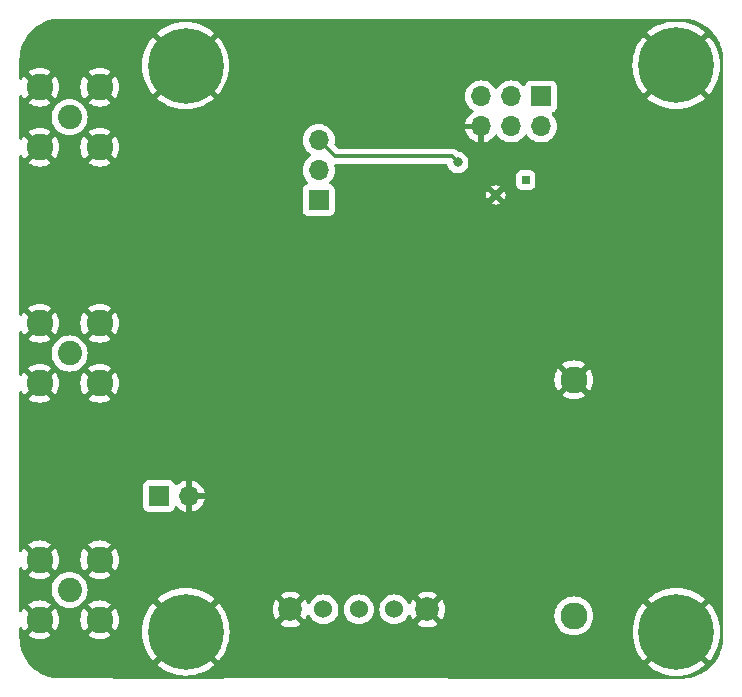
<source format=gbl>
G04 #@! TF.GenerationSoftware,KiCad,Pcbnew,7.0.10*
G04 #@! TF.CreationDate,2024-07-16T21:42:12-04:00*
G04 #@! TF.ProjectId,button_transmitter,62757474-6f6e-45f7-9472-616e736d6974,1.0*
G04 #@! TF.SameCoordinates,PX42d7d10PY7f6ba10*
G04 #@! TF.FileFunction,Copper,L2,Bot*
G04 #@! TF.FilePolarity,Positive*
%FSLAX46Y46*%
G04 Gerber Fmt 4.6, Leading zero omitted, Abs format (unit mm)*
G04 Created by KiCad (PCBNEW 7.0.10) date 2024-07-16 21:42:12*
%MOMM*%
%LPD*%
G01*
G04 APERTURE LIST*
G04 #@! TA.AperFunction,ComponentPad*
%ADD10R,1.700000X1.700000*%
G04 #@! TD*
G04 #@! TA.AperFunction,ComponentPad*
%ADD11O,1.700000X1.700000*%
G04 #@! TD*
G04 #@! TA.AperFunction,ComponentPad*
%ADD12C,1.524000*%
G04 #@! TD*
G04 #@! TA.AperFunction,ComponentPad*
%ADD13C,2.000000*%
G04 #@! TD*
G04 #@! TA.AperFunction,ComponentPad*
%ADD14R,0.635000X0.635000*%
G04 #@! TD*
G04 #@! TA.AperFunction,ComponentPad*
%ADD15C,0.635000*%
G04 #@! TD*
G04 #@! TA.AperFunction,ComponentPad*
%ADD16C,6.400000*%
G04 #@! TD*
G04 #@! TA.AperFunction,ComponentPad*
%ADD17C,2.050000*%
G04 #@! TD*
G04 #@! TA.AperFunction,ComponentPad*
%ADD18C,2.250000*%
G04 #@! TD*
G04 #@! TA.AperFunction,ComponentPad*
%ADD19C,2.280000*%
G04 #@! TD*
G04 #@! TA.AperFunction,ViaPad*
%ADD20C,0.800000*%
G04 #@! TD*
G04 #@! TA.AperFunction,Conductor*
%ADD21C,0.300000*%
G04 #@! TD*
G04 APERTURE END LIST*
D10*
X44165000Y49260001D03*
D11*
X44165000Y46720001D03*
X41625000Y49260001D03*
X41625000Y46720001D03*
X39085000Y49260001D03*
X39085000Y46720001D03*
D12*
X31740000Y5830000D03*
X28740000Y5830000D03*
X25740000Y5830000D03*
D13*
X34540000Y5830000D03*
X22940000Y5830000D03*
D14*
X42870000Y42190000D03*
D15*
X40329999Y40920000D03*
D10*
X25339998Y40479997D03*
D11*
X25339998Y43019997D03*
X25339998Y45559997D03*
D10*
X11805000Y15450000D03*
D11*
X14345000Y15450000D03*
D16*
X14080000Y3940000D03*
D17*
X4250000Y47500000D03*
D18*
X1710000Y50040000D03*
X1710000Y44960000D03*
X6790000Y50040000D03*
X6790000Y44960000D03*
D16*
X14060000Y51880000D03*
X55600000Y51900000D03*
D17*
X4250000Y27500000D03*
D18*
X1710000Y30040000D03*
X1710000Y24960000D03*
X6790000Y30040000D03*
X6790000Y24960000D03*
D19*
X46939999Y25280044D03*
X46939999Y5280044D03*
D17*
X4250000Y7500000D03*
D18*
X1710000Y10040000D03*
X1710000Y4960000D03*
X6790000Y10040000D03*
X6790000Y4960000D03*
D16*
X55620000Y3920000D03*
D20*
X35130000Y33390000D03*
X2580000Y40015000D03*
X28160000Y38000000D03*
X27745000Y25870000D03*
X29595000Y28160000D03*
X16420000Y21800000D03*
X32040000Y33390000D03*
X20314998Y50279998D03*
X18310000Y24020000D03*
X32380000Y40760000D03*
X36040000Y51500000D03*
X6115000Y20860000D03*
X31640000Y28213334D03*
X2750000Y14850000D03*
X21720000Y22776668D03*
X38930000Y51500000D03*
X32370000Y45300000D03*
X21710000Y25153334D03*
X31620000Y30410000D03*
X28180000Y49410000D03*
X18710000Y31385000D03*
X37360000Y47970000D03*
X20330000Y47900000D03*
X31640000Y26016668D03*
X8245706Y18788382D03*
X2740000Y12300000D03*
X11830000Y32840000D03*
X33950000Y46280000D03*
X6013334Y34346666D03*
X9853334Y34616666D03*
X11930000Y25190000D03*
X5930000Y42670000D03*
X32370000Y38710000D03*
X20430000Y29930000D03*
X29535000Y33390000D03*
X33920000Y31320000D03*
X7797500Y22590000D03*
X23830000Y36300000D03*
X27520000Y23780000D03*
X25610000Y25840000D03*
X9446666Y31153332D03*
X21740000Y20400000D03*
X36340000Y35460000D03*
X6500000Y17030000D03*
X37720000Y40920000D03*
X20790000Y32800000D03*
X28160000Y40150000D03*
X29190000Y30380000D03*
X6410000Y37810000D03*
X4296666Y35943332D03*
X14410000Y32830000D03*
X14080000Y22390000D03*
X22580000Y39490000D03*
X32380000Y43020000D03*
X26560000Y47980000D03*
X37150000Y45240000D03*
X15580000Y29375001D03*
X7730000Y32750000D03*
X9991412Y20546764D03*
X5750000Y14850000D03*
X2580000Y42670000D03*
X31600000Y23820000D03*
X16990000Y32840000D03*
X35780000Y49670000D03*
X11163334Y29556666D03*
X15580000Y25705002D03*
X45810000Y44040000D03*
X35770000Y46280000D03*
X36320000Y37790000D03*
X28180000Y46500000D03*
X27470000Y21810000D03*
X22480000Y43490000D03*
X17200000Y28160000D03*
X26760000Y30380000D03*
X5740000Y12300000D03*
X5930000Y40015000D03*
X41820000Y51500000D03*
X11737118Y22305146D03*
X2750000Y17400000D03*
X9480000Y24320000D03*
X4432500Y19130000D03*
X17960000Y20290000D03*
X25610000Y28720000D03*
X2580000Y37540000D03*
X24842500Y17270000D03*
X28180000Y35670000D03*
X27030000Y33390000D03*
X29647500Y23780000D03*
X8136666Y36213332D03*
X37110000Y43670000D03*
D21*
X26709995Y44190000D02*
X25339998Y45559997D01*
X37110000Y43670000D02*
X36590000Y44190000D01*
X36590000Y44190000D02*
X26709995Y44190000D01*
G04 #@! TA.AperFunction,Conductor*
G36*
X56327789Y55849112D02*
G01*
X56458604Y55842256D01*
X56470251Y55841089D01*
X56634408Y55816739D01*
X56635510Y55816569D01*
X56804817Y55789753D01*
X56815498Y55787575D01*
X56979287Y55746548D01*
X56980950Y55746117D01*
X57143884Y55702459D01*
X57153544Y55699442D01*
X57313601Y55642173D01*
X57316109Y55641243D01*
X57472349Y55581268D01*
X57480877Y55577621D01*
X57635102Y55504678D01*
X57638264Y55503125D01*
X57786815Y55427435D01*
X57794240Y55423324D01*
X57877930Y55373162D01*
X57940802Y55335478D01*
X57944588Y55333115D01*
X58084036Y55242556D01*
X58090367Y55238159D01*
X58227780Y55136247D01*
X58231909Y55133046D01*
X58361025Y55028491D01*
X58366253Y55024010D01*
X58493066Y54909073D01*
X58497474Y54904876D01*
X58614873Y54787477D01*
X58619070Y54783069D01*
X58722542Y54668905D01*
X58734007Y54656256D01*
X58738495Y54651019D01*
X58843028Y54521932D01*
X58846260Y54517762D01*
X58948156Y54380370D01*
X58952553Y54374039D01*
X59043112Y54234591D01*
X59045475Y54230805D01*
X59133314Y54084255D01*
X59137441Y54076801D01*
X59213085Y53928341D01*
X59214695Y53925063D01*
X59287610Y53770898D01*
X59291279Y53762319D01*
X59351217Y53606176D01*
X59352178Y53603583D01*
X59401697Y53465188D01*
X59409437Y53443557D01*
X59412460Y53433877D01*
X59456064Y53271146D01*
X59456573Y53269182D01*
X59497567Y53105526D01*
X59499756Y53094794D01*
X59526573Y52925482D01*
X59526758Y52924278D01*
X59551082Y52760297D01*
X59552254Y52748592D01*
X59562024Y52562156D01*
X59562045Y52561751D01*
X59569348Y52413096D01*
X59569497Y52407012D01*
X59569499Y3991519D01*
X59549814Y3924480D01*
X59542653Y3918276D01*
X59566141Y3877142D01*
X59569499Y3848482D01*
X59569499Y3423053D01*
X59569350Y3416969D01*
X59562014Y3267639D01*
X59561993Y3267234D01*
X59552256Y3081424D01*
X59551084Y3069718D01*
X59526746Y2905653D01*
X59526561Y2904450D01*
X59499756Y2735209D01*
X59497567Y2724477D01*
X59456580Y2560848D01*
X59456071Y2558884D01*
X59412461Y2396130D01*
X59409438Y2386450D01*
X59352193Y2226459D01*
X59351205Y2223795D01*
X59291280Y2067685D01*
X59287611Y2059106D01*
X59214691Y1904930D01*
X59213081Y1901652D01*
X59137448Y1753215D01*
X59133322Y1745762D01*
X59045472Y1599191D01*
X59043108Y1595403D01*
X58952550Y1455957D01*
X58948153Y1449627D01*
X58846264Y1312244D01*
X58843032Y1308074D01*
X58738494Y1178981D01*
X58734006Y1173744D01*
X58619070Y1046932D01*
X58614873Y1042524D01*
X58497476Y925127D01*
X58493068Y920930D01*
X58366256Y805994D01*
X58361019Y801506D01*
X58231926Y696968D01*
X58227756Y693736D01*
X58090373Y591847D01*
X58084043Y587450D01*
X57944597Y496892D01*
X57940809Y494528D01*
X57794238Y406678D01*
X57786785Y402552D01*
X57638348Y326919D01*
X57635070Y325309D01*
X57480894Y252389D01*
X57472315Y248720D01*
X57316205Y188795D01*
X57313541Y187807D01*
X57153550Y130562D01*
X57143870Y127539D01*
X56981116Y83929D01*
X56979152Y83420D01*
X56815523Y42433D01*
X56804791Y40244D01*
X56635536Y13436D01*
X56634332Y13251D01*
X56470282Y-11083D01*
X56458577Y-12255D01*
X56272739Y-21994D01*
X56272334Y-22015D01*
X56143836Y-28327D01*
X56137697Y-28476D01*
X55714569Y-28289D01*
X55647538Y-8575D01*
X55620063Y23161D01*
X55613095Y9800D01*
X55552420Y-24846D01*
X55523705Y-28204D01*
X17334967Y-11270D01*
X17334966Y-11270D01*
X14470000Y-10000D01*
X14469952Y255643D01*
X14850323Y315887D01*
X14850330Y315888D01*
X15224936Y416263D01*
X15586994Y555245D01*
X15932543Y731311D01*
X16257783Y942524D01*
X16257785Y942525D01*
X16515349Y1151098D01*
X15024180Y2642267D01*
X15214870Y2805130D01*
X15377733Y2995820D01*
X16868902Y1504651D01*
X17077475Y1762215D01*
X17077476Y1762217D01*
X17288689Y2087457D01*
X17464755Y2433006D01*
X17603737Y2795064D01*
X17704112Y3169670D01*
X17704113Y3169677D01*
X17764780Y3552713D01*
X17785078Y3940000D01*
X17785078Y3940001D01*
X17764780Y4327288D01*
X17704113Y4710324D01*
X17704112Y4710331D01*
X17603737Y5084937D01*
X17464755Y5446995D01*
X17288689Y5792544D01*
X17264368Y5829995D01*
X21434859Y5829995D01*
X21455385Y5582271D01*
X21455387Y5582262D01*
X21516412Y5341283D01*
X21616266Y5113636D01*
X21716564Y4960118D01*
X22262804Y5506358D01*
X22286059Y5452447D01*
X22390756Y5311815D01*
X22525062Y5199118D01*
X22616665Y5153114D01*
X22069942Y4606391D01*
X22116768Y4569945D01*
X22116770Y4569944D01*
X22335385Y4451636D01*
X22335396Y4451631D01*
X22570506Y4370917D01*
X22815707Y4330000D01*
X23064293Y4330000D01*
X23309493Y4370917D01*
X23544603Y4451631D01*
X23544614Y4451636D01*
X23763228Y4569943D01*
X23763231Y4569945D01*
X23810056Y4606391D01*
X23265945Y5150502D01*
X23278891Y5155213D01*
X23425373Y5251555D01*
X23545688Y5379082D01*
X23618446Y5505106D01*
X24163434Y4960118D01*
X24263731Y5113631D01*
X24355901Y5323759D01*
X24400857Y5377245D01*
X24467592Y5397935D01*
X24534920Y5379261D01*
X24581464Y5327151D01*
X24581816Y5326403D01*
X24616718Y5251555D01*
X24642466Y5196338D01*
X24642468Y5196334D01*
X24769170Y5015385D01*
X24769175Y5015379D01*
X24925378Y4859176D01*
X24925384Y4859171D01*
X25106333Y4732469D01*
X25106335Y4732468D01*
X25106338Y4732466D01*
X25306550Y4639106D01*
X25519932Y4581930D01*
X25677123Y4568178D01*
X25739998Y4562677D01*
X25740000Y4562677D01*
X25740002Y4562677D01*
X25795017Y4567491D01*
X25960068Y4581930D01*
X26173450Y4639106D01*
X26373662Y4732466D01*
X26554620Y4859174D01*
X26710826Y5015380D01*
X26837534Y5196338D01*
X26930894Y5396550D01*
X26988070Y5609932D01*
X27007323Y5829998D01*
X27472677Y5829998D01*
X27491929Y5609938D01*
X27491930Y5609930D01*
X27549104Y5396555D01*
X27549105Y5396553D01*
X27549106Y5396550D01*
X27616718Y5251555D01*
X27642466Y5196338D01*
X27642468Y5196334D01*
X27769170Y5015385D01*
X27769175Y5015379D01*
X27925378Y4859176D01*
X27925384Y4859171D01*
X28106333Y4732469D01*
X28106335Y4732468D01*
X28106338Y4732466D01*
X28306550Y4639106D01*
X28519932Y4581930D01*
X28677123Y4568178D01*
X28739998Y4562677D01*
X28740000Y4562677D01*
X28740002Y4562677D01*
X28795017Y4567491D01*
X28960068Y4581930D01*
X29173450Y4639106D01*
X29373662Y4732466D01*
X29554620Y4859174D01*
X29710826Y5015380D01*
X29837534Y5196338D01*
X29930894Y5396550D01*
X29988070Y5609932D01*
X30007323Y5829998D01*
X30472677Y5829998D01*
X30491929Y5609938D01*
X30491930Y5609930D01*
X30549104Y5396555D01*
X30549105Y5396553D01*
X30549106Y5396550D01*
X30616718Y5251555D01*
X30642466Y5196338D01*
X30642468Y5196334D01*
X30769170Y5015385D01*
X30769175Y5015379D01*
X30925378Y4859176D01*
X30925384Y4859171D01*
X31106333Y4732469D01*
X31106335Y4732468D01*
X31106338Y4732466D01*
X31306550Y4639106D01*
X31519932Y4581930D01*
X31677123Y4568178D01*
X31739998Y4562677D01*
X31740000Y4562677D01*
X31740002Y4562677D01*
X31795017Y4567491D01*
X31960068Y4581930D01*
X32173450Y4639106D01*
X32373662Y4732466D01*
X32554620Y4859174D01*
X32710826Y5015380D01*
X32837534Y5196338D01*
X32898162Y5326358D01*
X32944331Y5378793D01*
X33011525Y5397945D01*
X33078406Y5377730D01*
X33123741Y5324565D01*
X33124098Y5323759D01*
X33216266Y5113636D01*
X33316564Y4960118D01*
X33862804Y5506358D01*
X33886059Y5452447D01*
X33990756Y5311815D01*
X34125062Y5199118D01*
X34216665Y5153114D01*
X33669942Y4606391D01*
X33716768Y4569945D01*
X33716770Y4569944D01*
X33935385Y4451636D01*
X33935396Y4451631D01*
X34170506Y4370917D01*
X34415707Y4330000D01*
X34664293Y4330000D01*
X34909493Y4370917D01*
X35144603Y4451631D01*
X35144614Y4451636D01*
X35363228Y4569943D01*
X35363231Y4569945D01*
X35410056Y4606391D01*
X34865945Y5150502D01*
X34878891Y5155213D01*
X35025373Y5251555D01*
X35145688Y5379082D01*
X35218446Y5505106D01*
X35763434Y4960118D01*
X35863731Y5113631D01*
X35936725Y5280044D01*
X45294426Y5280044D01*
X45314686Y5022617D01*
X45374963Y4771544D01*
X45374967Y4771532D01*
X45473780Y4532974D01*
X45473782Y4532970D01*
X45473783Y4532969D01*
X45608702Y4312800D01*
X45776403Y4116448D01*
X45972755Y3948747D01*
X46192924Y3813828D01*
X46192926Y3813828D01*
X46192928Y3813826D01*
X46267311Y3783016D01*
X46431489Y3715011D01*
X46682575Y3654731D01*
X46939999Y3634471D01*
X47197423Y3654731D01*
X47448509Y3715011D01*
X47687074Y3813828D01*
X47860332Y3920000D01*
X51914922Y3920000D01*
X51935219Y3532713D01*
X51995886Y3149677D01*
X51995887Y3149670D01*
X52096262Y2775064D01*
X52235244Y2413006D01*
X52411310Y2067457D01*
X52622531Y1742207D01*
X52831095Y1484650D01*
X52831096Y1484650D01*
X54322266Y2975820D01*
X54485130Y2785130D01*
X54675819Y2622267D01*
X53184648Y1131097D01*
X53184649Y1131096D01*
X53442206Y922532D01*
X53767456Y711311D01*
X54113005Y535245D01*
X54475063Y396263D01*
X54849669Y295888D01*
X54849676Y295887D01*
X55232712Y235220D01*
X55530250Y219626D01*
X55596167Y196460D01*
X55617399Y169196D01*
X55620947Y176955D01*
X55679742Y214704D01*
X55708134Y219541D01*
X56007287Y235220D01*
X56390323Y295887D01*
X56390330Y295888D01*
X56764936Y396263D01*
X57126994Y535245D01*
X57472543Y711311D01*
X57797783Y922524D01*
X57797785Y922525D01*
X58055349Y1131098D01*
X56564180Y2622267D01*
X56754870Y2785130D01*
X56917733Y2975820D01*
X58408902Y1484651D01*
X58617475Y1742215D01*
X58617476Y1742217D01*
X58828689Y2067457D01*
X59004755Y2413006D01*
X59143737Y2775064D01*
X59244112Y3149670D01*
X59244113Y3149677D01*
X59304780Y3532713D01*
X59321669Y3854971D01*
X59344835Y3920889D01*
X59347918Y3923291D01*
X59326522Y3956584D01*
X59321669Y3985030D01*
X59304780Y4307288D01*
X59244113Y4690324D01*
X59244112Y4690331D01*
X59143737Y5064937D01*
X59004755Y5426995D01*
X58828689Y5772544D01*
X58617468Y6097794D01*
X58408904Y6355351D01*
X58408903Y6355352D01*
X56917732Y4864182D01*
X56754870Y5054870D01*
X56564180Y5217734D01*
X58055350Y6708904D01*
X58055350Y6708905D01*
X57797793Y6917469D01*
X57472543Y7128690D01*
X57126994Y7304756D01*
X56764936Y7443738D01*
X56390330Y7544113D01*
X56390323Y7544114D01*
X56007287Y7604781D01*
X55620001Y7625078D01*
X55619999Y7625078D01*
X55232712Y7604781D01*
X54849676Y7544114D01*
X54849669Y7544113D01*
X54475063Y7443738D01*
X54113005Y7304756D01*
X53767456Y7128690D01*
X53442206Y6917469D01*
X53184648Y6708905D01*
X53184648Y6708904D01*
X54675819Y5217734D01*
X54485130Y5054870D01*
X54322266Y4864182D01*
X52831096Y6355352D01*
X52831095Y6355352D01*
X52622531Y6097794D01*
X52411310Y5772544D01*
X52235244Y5426995D01*
X52096262Y5064937D01*
X51995887Y4690331D01*
X51995886Y4690324D01*
X51935219Y4307288D01*
X51914922Y3920001D01*
X51914922Y3920000D01*
X47860332Y3920000D01*
X47907243Y3948747D01*
X48103595Y4116448D01*
X48271296Y4312800D01*
X48406215Y4532969D01*
X48505032Y4771534D01*
X48565312Y5022620D01*
X48585572Y5280044D01*
X48565312Y5537468D01*
X48505032Y5788554D01*
X48437027Y5952732D01*
X48406217Y6027115D01*
X48392151Y6050068D01*
X48271296Y6247288D01*
X48103595Y6443640D01*
X47907243Y6611341D01*
X47687074Y6746260D01*
X47687073Y6746261D01*
X47687069Y6746263D01*
X47448511Y6845076D01*
X47448513Y6845076D01*
X47448509Y6845077D01*
X47448505Y6845078D01*
X47448499Y6845080D01*
X47197426Y6905357D01*
X46939999Y6925617D01*
X46682571Y6905357D01*
X46431498Y6845080D01*
X46431486Y6845076D01*
X46192928Y6746263D01*
X45972754Y6611341D01*
X45776403Y6443640D01*
X45608702Y6247289D01*
X45473780Y6027115D01*
X45374967Y5788557D01*
X45374963Y5788545D01*
X45314686Y5537472D01*
X45294426Y5280044D01*
X35936725Y5280044D01*
X35963587Y5341283D01*
X36024612Y5582262D01*
X36024614Y5582271D01*
X36045141Y5829995D01*
X36045141Y5830006D01*
X36024614Y6077730D01*
X36024612Y6077739D01*
X35963587Y6318718D01*
X35863731Y6546370D01*
X35763434Y6699884D01*
X35217195Y6153644D01*
X35193941Y6207553D01*
X35089244Y6348185D01*
X34954938Y6460882D01*
X34863334Y6506887D01*
X35410057Y7053610D01*
X35410056Y7053611D01*
X35363229Y7090057D01*
X35144614Y7208365D01*
X35144603Y7208370D01*
X34909493Y7289084D01*
X34664293Y7330000D01*
X34415707Y7330000D01*
X34170506Y7289084D01*
X33935396Y7208370D01*
X33935390Y7208368D01*
X33716761Y7090051D01*
X33669942Y7053612D01*
X33669942Y7053610D01*
X34214054Y6509499D01*
X34201109Y6504787D01*
X34054627Y6408445D01*
X33934312Y6280918D01*
X33861553Y6154895D01*
X33316564Y6699884D01*
X33216267Y6546368D01*
X33124098Y6336242D01*
X33079142Y6282756D01*
X33012406Y6262066D01*
X32945078Y6280741D01*
X32898535Y6332851D01*
X32898216Y6333528D01*
X32837534Y6463661D01*
X32710826Y6644620D01*
X32554620Y6800826D01*
X32554616Y6800829D01*
X32554615Y6800830D01*
X32373666Y6927532D01*
X32373662Y6927534D01*
X32352356Y6937469D01*
X32173450Y7020894D01*
X32173447Y7020895D01*
X32173445Y7020896D01*
X31960070Y7078070D01*
X31960062Y7078071D01*
X31740002Y7097323D01*
X31739998Y7097323D01*
X31519937Y7078071D01*
X31519929Y7078070D01*
X31306554Y7020896D01*
X31306548Y7020893D01*
X31106340Y6927535D01*
X31106338Y6927534D01*
X30925377Y6800825D01*
X30769175Y6644623D01*
X30642466Y6463662D01*
X30642465Y6463660D01*
X30549107Y6263452D01*
X30549104Y6263446D01*
X30491930Y6050071D01*
X30491929Y6050063D01*
X30472677Y5830003D01*
X30472677Y5829998D01*
X30007323Y5829998D01*
X30007323Y5830000D01*
X30007322Y5830006D01*
X29990078Y6027115D01*
X29988070Y6050068D01*
X29930894Y6263450D01*
X29837534Y6463661D01*
X29710826Y6644620D01*
X29554620Y6800826D01*
X29554616Y6800829D01*
X29554615Y6800830D01*
X29373666Y6927532D01*
X29373662Y6927534D01*
X29352356Y6937469D01*
X29173450Y7020894D01*
X29173447Y7020895D01*
X29173445Y7020896D01*
X28960070Y7078070D01*
X28960062Y7078071D01*
X28740002Y7097323D01*
X28739998Y7097323D01*
X28519937Y7078071D01*
X28519929Y7078070D01*
X28306554Y7020896D01*
X28306548Y7020893D01*
X28106340Y6927535D01*
X28106338Y6927534D01*
X27925377Y6800825D01*
X27769175Y6644623D01*
X27642466Y6463662D01*
X27642465Y6463660D01*
X27549107Y6263452D01*
X27549104Y6263446D01*
X27491930Y6050071D01*
X27491929Y6050063D01*
X27472677Y5830003D01*
X27472677Y5829998D01*
X27007323Y5829998D01*
X27007323Y5830000D01*
X27007322Y5830006D01*
X26990078Y6027115D01*
X26988070Y6050068D01*
X26930894Y6263450D01*
X26837534Y6463661D01*
X26710826Y6644620D01*
X26554620Y6800826D01*
X26554616Y6800829D01*
X26554615Y6800830D01*
X26373666Y6927532D01*
X26373662Y6927534D01*
X26352356Y6937469D01*
X26173450Y7020894D01*
X26173447Y7020895D01*
X26173445Y7020896D01*
X25960070Y7078070D01*
X25960062Y7078071D01*
X25740002Y7097323D01*
X25739998Y7097323D01*
X25519937Y7078071D01*
X25519929Y7078070D01*
X25306554Y7020896D01*
X25306548Y7020893D01*
X25106340Y6927535D01*
X25106338Y6927534D01*
X24925377Y6800825D01*
X24769175Y6644623D01*
X24642466Y6463662D01*
X24642465Y6463660D01*
X24581839Y6333647D01*
X24535666Y6281208D01*
X24468473Y6262056D01*
X24401592Y6282272D01*
X24356257Y6335438D01*
X24355901Y6336242D01*
X24263731Y6546370D01*
X24163434Y6699884D01*
X23617195Y6153644D01*
X23593941Y6207553D01*
X23489244Y6348185D01*
X23354938Y6460882D01*
X23263334Y6506887D01*
X23810057Y7053610D01*
X23810056Y7053611D01*
X23763229Y7090057D01*
X23544614Y7208365D01*
X23544603Y7208370D01*
X23309493Y7289084D01*
X23064293Y7330000D01*
X22815707Y7330000D01*
X22570506Y7289084D01*
X22335396Y7208370D01*
X22335390Y7208368D01*
X22116761Y7090051D01*
X22069942Y7053612D01*
X22069942Y7053610D01*
X22614054Y6509499D01*
X22601109Y6504787D01*
X22454627Y6408445D01*
X22334312Y6280918D01*
X22261553Y6154895D01*
X21716564Y6699884D01*
X21616267Y6546368D01*
X21516412Y6318718D01*
X21455387Y6077739D01*
X21455385Y6077730D01*
X21434859Y5830006D01*
X21434859Y5829995D01*
X17264368Y5829995D01*
X17077468Y6117794D01*
X16868904Y6375351D01*
X16868903Y6375352D01*
X15377732Y4884182D01*
X15214870Y5074870D01*
X15024179Y5237735D01*
X16515350Y6728904D01*
X16515350Y6728905D01*
X16257793Y6937469D01*
X15932543Y7148690D01*
X15586994Y7324756D01*
X15224936Y7463738D01*
X14850330Y7564113D01*
X14850323Y7564114D01*
X14468633Y7624568D01*
X14467319Y14962445D01*
X14487315Y14965320D01*
X14595000Y15014499D01*
X14595000Y14119367D01*
X14808483Y14176567D01*
X14808492Y14176571D01*
X15022578Y14276400D01*
X15216082Y14411895D01*
X15383105Y14578918D01*
X15518600Y14772422D01*
X15618429Y14986508D01*
X15618432Y14986514D01*
X15675636Y15200000D01*
X14778686Y15200000D01*
X14804493Y15240156D01*
X14845000Y15378111D01*
X14845000Y15521889D01*
X14804493Y15659844D01*
X14778686Y15700000D01*
X15675636Y15700000D01*
X15675635Y15700001D01*
X15618432Y15913487D01*
X15618429Y15913493D01*
X15518600Y16127578D01*
X15518599Y16127580D01*
X15383113Y16321074D01*
X15383108Y16321080D01*
X15216082Y16488106D01*
X15022578Y16623601D01*
X14808492Y16723430D01*
X14808486Y16723433D01*
X14595000Y16780636D01*
X14595000Y15885502D01*
X14487315Y15934680D01*
X14467144Y15937581D01*
X14465471Y25280044D01*
X45294928Y25280044D01*
X45315182Y25022695D01*
X45375443Y24771689D01*
X45375443Y24771688D01*
X45474227Y24533201D01*
X45474229Y24533198D01*
X45609110Y24313093D01*
X45613894Y24307493D01*
X46255194Y24948794D01*
X46277339Y24897457D01*
X46383432Y24754950D01*
X46519529Y24640750D01*
X46609215Y24595709D01*
X45967446Y23953941D01*
X45967446Y23953940D01*
X45973045Y23949159D01*
X45973051Y23949154D01*
X46193152Y23814275D01*
X46193155Y23814273D01*
X46431643Y23715489D01*
X46682649Y23655228D01*
X46939999Y23634974D01*
X47197348Y23655228D01*
X47448354Y23715489D01*
X47448355Y23715489D01*
X47686842Y23814273D01*
X47686845Y23814275D01*
X47906941Y23949150D01*
X47912549Y23953941D01*
X47273746Y24592744D01*
X47283408Y24596260D01*
X47431843Y24693887D01*
X47553763Y24823114D01*
X47625767Y24947829D01*
X48266102Y24307494D01*
X48270893Y24313102D01*
X48405768Y24533198D01*
X48405770Y24533201D01*
X48504554Y24771688D01*
X48504554Y24771689D01*
X48564815Y25022695D01*
X48585069Y25280044D01*
X48564815Y25537394D01*
X48504554Y25788400D01*
X48504554Y25788401D01*
X48405770Y26026888D01*
X48405768Y26026891D01*
X48270889Y26246992D01*
X48270884Y26246998D01*
X48266102Y26252597D01*
X47624802Y25611297D01*
X47602659Y25662631D01*
X47496566Y25805138D01*
X47360469Y25919338D01*
X47270782Y25964380D01*
X47912550Y26606149D01*
X47912550Y26606150D01*
X47906950Y26610933D01*
X47686845Y26745814D01*
X47686842Y26745816D01*
X47448354Y26844600D01*
X47197348Y26904861D01*
X46939999Y26925115D01*
X46682649Y26904861D01*
X46431643Y26844600D01*
X46431642Y26844600D01*
X46193155Y26745816D01*
X46193152Y26745814D01*
X45973056Y26610939D01*
X45973051Y26610935D01*
X45967446Y26606150D01*
X46606251Y25967345D01*
X46596590Y25963828D01*
X46448155Y25866201D01*
X46326235Y25736974D01*
X46254230Y25612260D01*
X45613893Y26252597D01*
X45609108Y26246992D01*
X45609104Y26246987D01*
X45474229Y26026891D01*
X45474227Y26026888D01*
X45375443Y25788401D01*
X45375443Y25788400D01*
X45315182Y25537394D01*
X45294928Y25280044D01*
X14465471Y25280044D01*
X14462295Y43019997D01*
X23984339Y43019997D01*
X24004934Y42784594D01*
X24004936Y42784584D01*
X24066092Y42556342D01*
X24066094Y42556338D01*
X24066095Y42556334D01*
X24066547Y42555365D01*
X24165963Y42342167D01*
X24165965Y42342163D01*
X24274279Y42187476D01*
X24301499Y42148601D01*
X24301504Y42148595D01*
X24423428Y42026671D01*
X24456913Y41965348D01*
X24451929Y41895656D01*
X24410057Y41839723D01*
X24379081Y41822808D01*
X24247667Y41773794D01*
X24247662Y41773791D01*
X24132453Y41687545D01*
X24132450Y41687542D01*
X24046204Y41572333D01*
X24046200Y41572326D01*
X23995906Y41437480D01*
X23989556Y41378411D01*
X23989499Y41377874D01*
X23989498Y41377862D01*
X23989498Y39582127D01*
X23989499Y39582121D01*
X23995906Y39522514D01*
X24046200Y39387669D01*
X24046204Y39387662D01*
X24132450Y39272453D01*
X24132453Y39272450D01*
X24247662Y39186204D01*
X24247669Y39186200D01*
X24382515Y39135906D01*
X24382514Y39135906D01*
X24389442Y39135162D01*
X24442125Y39129497D01*
X26237870Y39129498D01*
X26297481Y39135906D01*
X26432329Y39186201D01*
X26547544Y39272451D01*
X26633794Y39387666D01*
X26684089Y39522514D01*
X26690498Y39582124D01*
X26690498Y40190646D01*
X39954196Y40190646D01*
X39973053Y40178798D01*
X40146940Y40117953D01*
X40146945Y40117952D01*
X40329995Y40097327D01*
X40330003Y40097327D01*
X40513052Y40117952D01*
X40513054Y40117952D01*
X40686947Y40178800D01*
X40705800Y40190647D01*
X40330000Y40566447D01*
X40329999Y40566447D01*
X39954196Y40190647D01*
X39954196Y40190646D01*
X26690498Y40190646D01*
X26690497Y40919997D01*
X39507326Y40919997D01*
X39527950Y40736947D01*
X39527951Y40736942D01*
X39588796Y40563055D01*
X39600643Y40544200D01*
X39600644Y40544200D01*
X39976446Y40920000D01*
X40174708Y40920000D01*
X40195513Y40842355D01*
X40252354Y40785514D01*
X40310253Y40770000D01*
X40349745Y40770000D01*
X40407644Y40785514D01*
X40464485Y40842354D01*
X40485290Y40919999D01*
X40683552Y40919999D01*
X41059352Y40544199D01*
X41071199Y40563052D01*
X41132047Y40736945D01*
X41132047Y40736947D01*
X41152672Y40919997D01*
X41152672Y40920004D01*
X41132047Y41103054D01*
X41132046Y41103059D01*
X41071201Y41276946D01*
X41059352Y41295803D01*
X40683552Y40920001D01*
X40683552Y40919999D01*
X40485290Y40919999D01*
X40485290Y40920000D01*
X40464485Y40997645D01*
X40407644Y41054486D01*
X40349745Y41070000D01*
X40310253Y41070000D01*
X40252354Y41054486D01*
X40195513Y40997646D01*
X40174708Y40920000D01*
X39976446Y40920000D01*
X39976446Y40920001D01*
X39600644Y41295803D01*
X39588796Y41276945D01*
X39527951Y41103059D01*
X39527950Y41103054D01*
X39507326Y40920004D01*
X39507326Y40919997D01*
X26690497Y40919997D01*
X26690497Y41377869D01*
X26684089Y41437480D01*
X26655193Y41514953D01*
X26633795Y41572326D01*
X26633791Y41572333D01*
X26576132Y41649355D01*
X39954196Y41649355D01*
X40329999Y41273553D01*
X40330000Y41273553D01*
X40705799Y41649355D01*
X40705799Y41649356D01*
X40686944Y41661203D01*
X40513057Y41722048D01*
X40513052Y41722049D01*
X40330003Y41742673D01*
X40329995Y41742673D01*
X40146945Y41722049D01*
X40146940Y41722048D01*
X39973054Y41661203D01*
X39954196Y41649355D01*
X26576132Y41649355D01*
X26547545Y41687542D01*
X26547542Y41687545D01*
X26432333Y41773791D01*
X26432326Y41773795D01*
X26300915Y41822808D01*
X26298481Y41824630D01*
X42052000Y41824630D01*
X42052001Y41824624D01*
X42058408Y41765017D01*
X42108702Y41630172D01*
X42108706Y41630165D01*
X42194952Y41514956D01*
X42194955Y41514953D01*
X42310164Y41428707D01*
X42310171Y41428703D01*
X42355118Y41411939D01*
X42445017Y41378409D01*
X42504627Y41372000D01*
X43235372Y41372001D01*
X43294983Y41378409D01*
X43429831Y41428704D01*
X43545046Y41514954D01*
X43631296Y41630169D01*
X43681591Y41765017D01*
X43688000Y41824627D01*
X43687999Y42555372D01*
X43681591Y42614983D01*
X43631296Y42749831D01*
X43631295Y42749832D01*
X43631293Y42749836D01*
X43545047Y42865045D01*
X43545044Y42865048D01*
X43429835Y42951294D01*
X43429828Y42951298D01*
X43294986Y43001590D01*
X43294985Y43001591D01*
X43294983Y43001591D01*
X43235373Y43008000D01*
X43235363Y43008000D01*
X42504629Y43008000D01*
X42504623Y43007999D01*
X42445016Y43001592D01*
X42310171Y42951298D01*
X42310164Y42951294D01*
X42194955Y42865048D01*
X42194952Y42865045D01*
X42108706Y42749836D01*
X42108702Y42749829D01*
X42058410Y42614987D01*
X42058409Y42614983D01*
X42052000Y42555373D01*
X42052000Y42555366D01*
X42052000Y42555365D01*
X42052000Y41824630D01*
X26298481Y41824630D01*
X26244981Y41864679D01*
X26220564Y41930144D01*
X26235416Y41998417D01*
X26256561Y42026665D01*
X26378493Y42148596D01*
X26514033Y42342167D01*
X26613901Y42556334D01*
X26675061Y42784589D01*
X26695657Y43019997D01*
X26675061Y43255405D01*
X26661714Y43305217D01*
X26640764Y43383407D01*
X26642427Y43453257D01*
X26681590Y43511119D01*
X26745819Y43538623D01*
X26760539Y43539500D01*
X36115469Y43539500D01*
X36182508Y43519815D01*
X36228263Y43467011D01*
X36233400Y43453818D01*
X36282818Y43301722D01*
X36282821Y43301716D01*
X36377467Y43137784D01*
X36483522Y43019998D01*
X36504129Y42997112D01*
X36657265Y42885852D01*
X36657270Y42885849D01*
X36830192Y42808858D01*
X36830197Y42808856D01*
X37015354Y42769500D01*
X37015355Y42769500D01*
X37204644Y42769500D01*
X37204646Y42769500D01*
X37389803Y42808856D01*
X37562730Y42885849D01*
X37715871Y42997112D01*
X37842533Y43137784D01*
X37937179Y43301716D01*
X37995674Y43481744D01*
X38015460Y43670000D01*
X37995674Y43858256D01*
X37937179Y44038284D01*
X37842533Y44202216D01*
X37715871Y44342888D01*
X37715870Y44342889D01*
X37562734Y44454149D01*
X37562729Y44454152D01*
X37389807Y44531143D01*
X37389802Y44531145D01*
X37244001Y44562135D01*
X37204646Y44570500D01*
X37204645Y44570500D01*
X37184167Y44570500D01*
X37117128Y44590185D01*
X37099283Y44604108D01*
X37044166Y44655866D01*
X37041369Y44658577D01*
X37021035Y44678911D01*
X37017548Y44681616D01*
X37008669Y44689200D01*
X36975396Y44720446D01*
X36975388Y44720452D01*
X36956792Y44730675D01*
X36940531Y44741356D01*
X36923763Y44754363D01*
X36907409Y44761440D01*
X36881853Y44772499D01*
X36871394Y44777623D01*
X36831368Y44799627D01*
X36831365Y44799628D01*
X36810801Y44804908D01*
X36792396Y44811210D01*
X36772927Y44819635D01*
X36772921Y44819637D01*
X36727837Y44826777D01*
X36716398Y44829146D01*
X36672180Y44840500D01*
X36672177Y44840500D01*
X36650955Y44840500D01*
X36631555Y44842027D01*
X36610596Y44845347D01*
X36610595Y44845347D01*
X36575475Y44842027D01*
X36565140Y44841050D01*
X36553470Y44840500D01*
X27030803Y44840500D01*
X26963764Y44860185D01*
X26943122Y44876819D01*
X26687707Y45132234D01*
X26654222Y45193557D01*
X26655613Y45252008D01*
X26656543Y45255480D01*
X26675061Y45324589D01*
X26695657Y45559997D01*
X26675061Y45795405D01*
X26613901Y46023660D01*
X26514033Y46237826D01*
X26501066Y46256346D01*
X26378492Y46431400D01*
X26211400Y46598491D01*
X26211393Y46598496D01*
X26017832Y46734030D01*
X26017828Y46734032D01*
X25893751Y46791890D01*
X25803661Y46833900D01*
X25803657Y46833901D01*
X25803653Y46833903D01*
X25575411Y46895059D01*
X25575401Y46895061D01*
X25339999Y46915656D01*
X25339997Y46915656D01*
X25104594Y46895061D01*
X25104584Y46895059D01*
X24876342Y46833903D01*
X24876333Y46833899D01*
X24662169Y46734033D01*
X24662167Y46734032D01*
X24468595Y46598492D01*
X24301503Y46431400D01*
X24165963Y46237828D01*
X24165962Y46237826D01*
X24066096Y46023662D01*
X24066092Y46023653D01*
X24004936Y45795411D01*
X24004934Y45795401D01*
X23984339Y45559998D01*
X23984339Y45559997D01*
X24004934Y45324594D01*
X24004936Y45324584D01*
X24066092Y45096342D01*
X24066094Y45096338D01*
X24066095Y45096334D01*
X24165963Y44882167D01*
X24165965Y44882163D01*
X24301499Y44688602D01*
X24301504Y44688595D01*
X24468595Y44521504D01*
X24468601Y44521499D01*
X24654156Y44391572D01*
X24697781Y44336995D01*
X24704975Y44267497D01*
X24673452Y44205142D01*
X24654156Y44188422D01*
X24468595Y44058492D01*
X24301503Y43891400D01*
X24165963Y43697828D01*
X24165962Y43697826D01*
X24066096Y43483662D01*
X24066092Y43483653D01*
X24004936Y43255411D01*
X24004934Y43255401D01*
X23984339Y43019998D01*
X23984339Y43019997D01*
X14462295Y43019997D01*
X14461368Y48197451D01*
X14830323Y48255887D01*
X14830330Y48255888D01*
X15204936Y48356263D01*
X15566994Y48495245D01*
X15912543Y48671311D01*
X16237783Y48882524D01*
X16237785Y48882525D01*
X16495349Y49091098D01*
X16326446Y49260001D01*
X37729341Y49260001D01*
X37749936Y49024598D01*
X37749938Y49024588D01*
X37811094Y48796346D01*
X37811096Y48796342D01*
X37811097Y48796338D01*
X37815000Y48787969D01*
X37910965Y48582171D01*
X37910967Y48582167D01*
X37957827Y48515245D01*
X38046501Y48388605D01*
X38046506Y48388599D01*
X38213597Y48221508D01*
X38213603Y48221503D01*
X38399594Y48091271D01*
X38443219Y48036694D01*
X38450413Y47967196D01*
X38418890Y47904841D01*
X38399595Y47888121D01*
X38213922Y47758111D01*
X38213920Y47758110D01*
X38046891Y47591081D01*
X38046886Y47591075D01*
X37911400Y47397581D01*
X37911399Y47397579D01*
X37811570Y47183494D01*
X37811567Y47183488D01*
X37754364Y46970002D01*
X37754364Y46970001D01*
X38651314Y46970001D01*
X38625507Y46929845D01*
X38585000Y46791890D01*
X38585000Y46648112D01*
X38625507Y46510157D01*
X38651314Y46470001D01*
X37754364Y46470001D01*
X37811567Y46256515D01*
X37811570Y46256509D01*
X37911399Y46042423D01*
X38046894Y45848919D01*
X38213917Y45681896D01*
X38407421Y45546401D01*
X38621507Y45446572D01*
X38621516Y45446568D01*
X38835000Y45389367D01*
X38835000Y46284500D01*
X38942685Y46235321D01*
X39049237Y46220001D01*
X39120763Y46220001D01*
X39227315Y46235321D01*
X39335000Y46284500D01*
X39335000Y45389368D01*
X39548483Y45446568D01*
X39548492Y45446572D01*
X39762578Y45546401D01*
X39956082Y45681896D01*
X40123105Y45848919D01*
X40253119Y46034596D01*
X40307696Y46078220D01*
X40377195Y46085413D01*
X40439549Y46053891D01*
X40456269Y46034596D01*
X40586505Y45848600D01*
X40753599Y45681506D01*
X40850384Y45613736D01*
X40947165Y45545969D01*
X40947167Y45545968D01*
X40947170Y45545966D01*
X41161337Y45446098D01*
X41389592Y45384938D01*
X41577918Y45368462D01*
X41624999Y45364342D01*
X41625000Y45364342D01*
X41625001Y45364342D01*
X41664234Y45367775D01*
X41860408Y45384938D01*
X42088663Y45446098D01*
X42302830Y45545966D01*
X42496401Y45681506D01*
X42663495Y45848600D01*
X42793425Y46034159D01*
X42848002Y46077784D01*
X42917500Y46084978D01*
X42979855Y46053455D01*
X42996575Y46034159D01*
X43126500Y45848606D01*
X43126505Y45848600D01*
X43293599Y45681506D01*
X43390384Y45613736D01*
X43487165Y45545969D01*
X43487167Y45545968D01*
X43487170Y45545966D01*
X43701337Y45446098D01*
X43929592Y45384938D01*
X44117918Y45368462D01*
X44164999Y45364342D01*
X44165000Y45364342D01*
X44165001Y45364342D01*
X44204234Y45367775D01*
X44400408Y45384938D01*
X44628663Y45446098D01*
X44842830Y45545966D01*
X45036401Y45681506D01*
X45203495Y45848600D01*
X45339035Y46042171D01*
X45438903Y46256338D01*
X45500063Y46484593D01*
X45520659Y46720001D01*
X45500063Y46955409D01*
X45438903Y47183664D01*
X45339035Y47397830D01*
X45333730Y47405406D01*
X45203496Y47591401D01*
X45203490Y47591407D01*
X45081567Y47713330D01*
X45048084Y47774650D01*
X45053068Y47844342D01*
X45094939Y47900276D01*
X45125915Y47917191D01*
X45257331Y47966205D01*
X45372546Y48052455D01*
X45458796Y48167670D01*
X45509091Y48302518D01*
X45515500Y48362128D01*
X45515499Y50157873D01*
X45509091Y50217484D01*
X45507810Y50220918D01*
X45458797Y50352330D01*
X45458793Y50352337D01*
X45372547Y50467546D01*
X45372544Y50467549D01*
X45257335Y50553795D01*
X45257328Y50553799D01*
X45122482Y50604093D01*
X45122483Y50604093D01*
X45062883Y50610500D01*
X45062881Y50610501D01*
X45062873Y50610501D01*
X45062864Y50610501D01*
X43267129Y50610501D01*
X43267123Y50610500D01*
X43207516Y50604093D01*
X43072671Y50553799D01*
X43072664Y50553795D01*
X42957455Y50467549D01*
X42957452Y50467546D01*
X42871206Y50352337D01*
X42871203Y50352332D01*
X42822189Y50220918D01*
X42780317Y50164985D01*
X42714853Y50140568D01*
X42646580Y50155420D01*
X42618326Y50176571D01*
X42496402Y50298495D01*
X42496395Y50298500D01*
X42302834Y50434034D01*
X42302830Y50434036D01*
X42268636Y50449981D01*
X42088663Y50533904D01*
X42088659Y50533905D01*
X42088655Y50533907D01*
X41860413Y50595063D01*
X41860403Y50595065D01*
X41625001Y50615660D01*
X41624999Y50615660D01*
X41389596Y50595065D01*
X41389586Y50595063D01*
X41161344Y50533907D01*
X41161335Y50533903D01*
X40947171Y50434037D01*
X40947169Y50434036D01*
X40753597Y50298496D01*
X40586505Y50131404D01*
X40456575Y49945843D01*
X40401998Y49902218D01*
X40332500Y49895024D01*
X40270145Y49926547D01*
X40253425Y49945843D01*
X40123494Y50131404D01*
X39956402Y50298495D01*
X39956395Y50298500D01*
X39762834Y50434034D01*
X39762830Y50434036D01*
X39728636Y50449981D01*
X39548663Y50533904D01*
X39548659Y50533905D01*
X39548655Y50533907D01*
X39320413Y50595063D01*
X39320403Y50595065D01*
X39085001Y50615660D01*
X39084999Y50615660D01*
X38849596Y50595065D01*
X38849586Y50595063D01*
X38621344Y50533907D01*
X38621335Y50533903D01*
X38407171Y50434037D01*
X38407169Y50434036D01*
X38213597Y50298496D01*
X38046505Y50131404D01*
X37910965Y49937832D01*
X37910964Y49937830D01*
X37811098Y49723666D01*
X37811094Y49723657D01*
X37749938Y49495415D01*
X37749936Y49495405D01*
X37729341Y49260002D01*
X37729341Y49260001D01*
X16326446Y49260001D01*
X15004180Y50582267D01*
X15194870Y50745130D01*
X15357733Y50935820D01*
X16848902Y49444651D01*
X17057475Y49702215D01*
X17057476Y49702217D01*
X17268689Y50027457D01*
X17444755Y50373006D01*
X17583737Y50735064D01*
X17684112Y51109670D01*
X17684113Y51109677D01*
X17744780Y51492713D01*
X17765078Y51880000D01*
X17765078Y51880001D01*
X17764030Y51900000D01*
X51894922Y51900000D01*
X51915219Y51512713D01*
X51975886Y51129677D01*
X51975887Y51129670D01*
X52076262Y50755064D01*
X52215244Y50393006D01*
X52391310Y50047457D01*
X52602531Y49722207D01*
X52811095Y49464650D01*
X52811096Y49464650D01*
X54302266Y50955820D01*
X54465130Y50765130D01*
X54655819Y50602267D01*
X53164648Y49111097D01*
X53164649Y49111096D01*
X53422206Y48902532D01*
X53747456Y48691311D01*
X54093005Y48515245D01*
X54455063Y48376263D01*
X54829669Y48275888D01*
X54829676Y48275887D01*
X55212712Y48215220D01*
X55599999Y48194922D01*
X55600001Y48194922D01*
X55987287Y48215220D01*
X56370323Y48275887D01*
X56370330Y48275888D01*
X56744936Y48376263D01*
X57106994Y48515245D01*
X57452543Y48691311D01*
X57777783Y48902524D01*
X57777785Y48902525D01*
X58035349Y49111098D01*
X56544180Y50602267D01*
X56734870Y50765130D01*
X56897733Y50955820D01*
X58388902Y49464651D01*
X58597475Y49722215D01*
X58597476Y49722217D01*
X58808689Y50047457D01*
X58984755Y50393006D01*
X59123737Y50755064D01*
X59224112Y51129670D01*
X59224113Y51129677D01*
X59284780Y51512713D01*
X59305078Y51900000D01*
X59305078Y51900001D01*
X59284780Y52287288D01*
X59224113Y52670324D01*
X59224112Y52670331D01*
X59123737Y53044937D01*
X58984755Y53406995D01*
X58808689Y53752544D01*
X58597468Y54077794D01*
X58388904Y54335351D01*
X58388903Y54335352D01*
X56897732Y52844182D01*
X56734870Y53034870D01*
X56544180Y53197734D01*
X58035350Y54688904D01*
X58035350Y54688905D01*
X57777793Y54897469D01*
X57452543Y55108690D01*
X57106994Y55284756D01*
X56744936Y55423738D01*
X56370330Y55524113D01*
X56370323Y55524114D01*
X55987287Y55584781D01*
X55671939Y55601308D01*
X55606022Y55624474D01*
X55598803Y55633743D01*
X55555864Y55606134D01*
X55527393Y55601273D01*
X55212712Y55584781D01*
X54829676Y55524114D01*
X54829669Y55524113D01*
X54455063Y55423738D01*
X54093005Y55284756D01*
X53747456Y55108690D01*
X53422206Y54897469D01*
X53164648Y54688905D01*
X53164648Y54688904D01*
X54655819Y53197734D01*
X54465130Y53034870D01*
X54302266Y52844182D01*
X52811096Y54335352D01*
X52811095Y54335352D01*
X52602531Y54077794D01*
X52391310Y53752544D01*
X52215244Y53406995D01*
X52076262Y53044937D01*
X51975887Y52670331D01*
X51975886Y52670324D01*
X51915219Y52287288D01*
X51894922Y51900001D01*
X51894922Y51900000D01*
X17764030Y51900000D01*
X17744780Y52267288D01*
X17684113Y52650324D01*
X17684112Y52650331D01*
X17583737Y53024937D01*
X17444755Y53386995D01*
X17268689Y53732544D01*
X17057468Y54057794D01*
X16848904Y54315351D01*
X16848903Y54315352D01*
X15357732Y52824182D01*
X15194870Y53014870D01*
X15004179Y53177734D01*
X16495350Y54668904D01*
X16495350Y54668905D01*
X16237793Y54877469D01*
X15912543Y55088690D01*
X15566994Y55264756D01*
X15204936Y55403738D01*
X14830330Y55504113D01*
X14830323Y55504114D01*
X14460049Y55562760D01*
X14460000Y55840000D01*
X55520876Y55849103D01*
X55587919Y55829433D01*
X55598918Y55816745D01*
X55649769Y55845780D01*
X55678398Y55849138D01*
X56321310Y55849281D01*
X56327789Y55849112D01*
G37*
G04 #@! TD.AperFunction*
G04 #@! TA.AperFunction,Conductor*
G36*
X17350000Y55840000D02*
G01*
X17350000Y53572963D01*
X17268689Y53732544D01*
X17057468Y54057794D01*
X16848904Y54315351D01*
X16848903Y54315352D01*
X15357732Y52824182D01*
X15194870Y53014870D01*
X15004180Y53177734D01*
X16495350Y54668904D01*
X16495350Y54668905D01*
X16237793Y54877469D01*
X15912543Y55088690D01*
X15566994Y55264756D01*
X15204936Y55403738D01*
X14830330Y55504113D01*
X14830323Y55504114D01*
X14447287Y55564781D01*
X14060001Y55585078D01*
X14059999Y55585078D01*
X13672712Y55564781D01*
X13289676Y55504114D01*
X13289669Y55504113D01*
X12915063Y55403738D01*
X12553005Y55264756D01*
X12207456Y55088690D01*
X11882206Y54877469D01*
X11624648Y54668905D01*
X11624648Y54668904D01*
X13115819Y53177734D01*
X12925130Y53014870D01*
X12762266Y52824182D01*
X11271096Y54315352D01*
X11271095Y54315352D01*
X11062531Y54057794D01*
X10851310Y53732544D01*
X10675244Y53386995D01*
X10536262Y53024937D01*
X10435887Y52650331D01*
X10435886Y52650324D01*
X10375219Y52267288D01*
X10354922Y51880001D01*
X10354922Y51880000D01*
X10375219Y51492713D01*
X10435886Y51109677D01*
X10435887Y51109670D01*
X10536262Y50735064D01*
X10675244Y50373006D01*
X10851310Y50027457D01*
X11062531Y49702207D01*
X11271095Y49444650D01*
X11271096Y49444650D01*
X12762266Y50935820D01*
X12925130Y50745130D01*
X13115819Y50582267D01*
X11624648Y49091097D01*
X11624649Y49091096D01*
X11882206Y48882532D01*
X12207456Y48671311D01*
X12553005Y48495245D01*
X12915063Y48356263D01*
X13289669Y48255888D01*
X13289676Y48255887D01*
X13672712Y48195220D01*
X14059999Y48174922D01*
X14060001Y48174922D01*
X14447287Y48195220D01*
X14830323Y48255887D01*
X14830330Y48255888D01*
X15204936Y48356263D01*
X15566994Y48495245D01*
X15912543Y48671311D01*
X16237783Y48882524D01*
X16237785Y48882525D01*
X16495349Y49091098D01*
X15004180Y50582267D01*
X15194870Y50745130D01*
X15357733Y50935820D01*
X16848902Y49444651D01*
X17057475Y49702215D01*
X17057476Y49702217D01*
X17268689Y50027457D01*
X17350000Y50187039D01*
X17350000Y5672215D01*
X17288689Y5792544D01*
X17077468Y6117794D01*
X16868904Y6375351D01*
X16868903Y6375352D01*
X15377732Y4884182D01*
X15214870Y5074870D01*
X15024180Y5237734D01*
X16515350Y6728904D01*
X16515350Y6728905D01*
X16257793Y6937469D01*
X15932543Y7148690D01*
X15586994Y7324756D01*
X15224936Y7463738D01*
X14850330Y7564113D01*
X14850323Y7564114D01*
X14467287Y7624781D01*
X14080001Y7645078D01*
X14079999Y7645078D01*
X13692712Y7624781D01*
X13309676Y7564114D01*
X13309669Y7564113D01*
X12935063Y7463738D01*
X12573005Y7324756D01*
X12227456Y7148690D01*
X11902206Y6937469D01*
X11644648Y6728905D01*
X11644648Y6728904D01*
X13135819Y5237734D01*
X12945130Y5074870D01*
X12782266Y4884182D01*
X11291096Y6375352D01*
X11291095Y6375352D01*
X11082531Y6117794D01*
X10871310Y5792544D01*
X10695244Y5446995D01*
X10556262Y5084937D01*
X10455887Y4710331D01*
X10455886Y4710324D01*
X10395219Y4327288D01*
X10374922Y3940001D01*
X10374922Y3940000D01*
X10395219Y3552713D01*
X10455886Y3169677D01*
X10455887Y3169670D01*
X10556262Y2795064D01*
X10695244Y2433006D01*
X10871310Y2087457D01*
X11082531Y1762207D01*
X11291095Y1504650D01*
X11291096Y1504650D01*
X12782266Y2995820D01*
X12945130Y2805130D01*
X13135819Y2642267D01*
X11644648Y1151097D01*
X11644649Y1151096D01*
X11902206Y942532D01*
X12227456Y731311D01*
X12573005Y555245D01*
X12935063Y416263D01*
X13309669Y315888D01*
X13309676Y315887D01*
X13692712Y255220D01*
X14079999Y234922D01*
X14080001Y234922D01*
X14467287Y255220D01*
X14850323Y315887D01*
X14850330Y315888D01*
X15224936Y416263D01*
X15586994Y555245D01*
X15932543Y731311D01*
X16257783Y942524D01*
X16257785Y942525D01*
X16515349Y1151098D01*
X15024180Y2642267D01*
X15214870Y2805130D01*
X15377733Y2995820D01*
X16868902Y1504651D01*
X17077475Y1762215D01*
X17077476Y1762217D01*
X17288691Y2087459D01*
X17288692Y2087462D01*
X17350000Y2207786D01*
X17350000Y-11275D01*
X17334970Y-11269D01*
X17306754Y-26668D01*
X17280426Y-29495D01*
X12794232Y-29495D01*
X3081779Y-7103D01*
X3063871Y-5761D01*
X2935687Y13253D01*
X2934482Y13438D01*
X2765192Y40252D01*
X2754461Y42441D01*
X2590825Y83431D01*
X2588861Y83940D01*
X2426109Y127550D01*
X2416428Y130574D01*
X2256496Y187799D01*
X2253833Y188786D01*
X2097650Y248740D01*
X2089071Y252409D01*
X1994722Y297033D01*
X1934943Y325307D01*
X1931693Y326903D01*
X1783190Y402570D01*
X1775736Y406697D01*
X1629205Y494525D01*
X1625419Y496888D01*
X1485954Y587458D01*
X1479622Y591855D01*
X1342228Y693754D01*
X1338059Y696986D01*
X1208971Y801520D01*
X1203734Y806008D01*
X1076933Y920934D01*
X1072525Y925131D01*
X1055124Y942532D01*
X955116Y1042541D01*
X950948Y1046918D01*
X835979Y1173767D01*
X831492Y1179004D01*
X726968Y1308081D01*
X723736Y1312251D01*
X621844Y1449638D01*
X617447Y1455969D01*
X526888Y1595417D01*
X524537Y1599183D01*
X436680Y1745764D01*
X432555Y1753216D01*
X427969Y1762217D01*
X356881Y1901735D01*
X355325Y1904904D01*
X282389Y2059116D01*
X278726Y2067679D01*
X218773Y2223863D01*
X217832Y2226401D01*
X160555Y2386481D01*
X157542Y2396129D01*
X113926Y2558909D01*
X113431Y2560818D01*
X72431Y2724498D01*
X70249Y2735195D01*
X43386Y2904803D01*
X43303Y2905343D01*
X18915Y3069757D01*
X17748Y3081398D01*
X8156Y3264254D01*
X1460Y3400561D01*
X635Y3417359D01*
X486Y3423442D01*
X486Y4217411D01*
X20171Y4284450D01*
X72975Y4330205D01*
X142133Y4340149D01*
X205689Y4311124D01*
X239047Y4264863D01*
X257634Y4219988D01*
X257636Y4219985D01*
X391277Y4001902D01*
X391284Y4001893D01*
X394533Y3998088D01*
X958766Y4562322D01*
X1002316Y4480178D01*
X1122009Y4339265D01*
X1269195Y4227377D01*
X1311402Y4207850D01*
X748087Y3644535D01*
X751897Y3641281D01*
X969984Y3507637D01*
X969987Y3507635D01*
X1206297Y3409753D01*
X1455011Y3350043D01*
X1455010Y3350043D01*
X1710000Y3329976D01*
X1964989Y3350043D01*
X2213702Y3409753D01*
X2450012Y3507635D01*
X2450015Y3507637D01*
X2668095Y3641276D01*
X2668110Y3641287D01*
X2671911Y3644534D01*
X2671911Y3644536D01*
X2108609Y4207839D01*
X2227431Y4279331D01*
X2361658Y4406477D01*
X2464861Y4558692D01*
X3025464Y3998089D01*
X3025466Y3998089D01*
X3028713Y4001890D01*
X3028724Y4001905D01*
X3162363Y4219985D01*
X3162365Y4219988D01*
X3260247Y4456298D01*
X3319957Y4705011D01*
X3340024Y4960000D01*
X5159975Y4960000D01*
X5180042Y4705011D01*
X5239752Y4456298D01*
X5337634Y4219988D01*
X5337636Y4219985D01*
X5471277Y4001902D01*
X5471284Y4001893D01*
X5474533Y3998088D01*
X6038766Y4562322D01*
X6082316Y4480178D01*
X6202009Y4339265D01*
X6349195Y4227377D01*
X6391402Y4207850D01*
X5828087Y3644535D01*
X5831897Y3641281D01*
X6049984Y3507637D01*
X6049987Y3507635D01*
X6286297Y3409753D01*
X6535011Y3350043D01*
X6535010Y3350043D01*
X6790000Y3329976D01*
X7044989Y3350043D01*
X7293702Y3409753D01*
X7530012Y3507635D01*
X7530015Y3507637D01*
X7748095Y3641276D01*
X7748110Y3641287D01*
X7751911Y3644534D01*
X7751911Y3644536D01*
X7188609Y4207839D01*
X7307431Y4279331D01*
X7441658Y4406477D01*
X7544861Y4558692D01*
X8105464Y3998089D01*
X8105466Y3998089D01*
X8108713Y4001890D01*
X8108724Y4001905D01*
X8242363Y4219985D01*
X8242365Y4219988D01*
X8340247Y4456298D01*
X8399957Y4705011D01*
X8420024Y4960000D01*
X8399957Y5214990D01*
X8340247Y5463703D01*
X8242365Y5700013D01*
X8242363Y5700016D01*
X8108719Y5918103D01*
X8105465Y5921913D01*
X7541232Y5357681D01*
X7497684Y5439822D01*
X7377991Y5580735D01*
X7230805Y5692623D01*
X7188596Y5712151D01*
X7751912Y6275467D01*
X7748107Y6278716D01*
X7748098Y6278723D01*
X7530015Y6412364D01*
X7530012Y6412366D01*
X7293702Y6510248D01*
X7044988Y6569958D01*
X7044989Y6569958D01*
X6790000Y6590025D01*
X6535010Y6569958D01*
X6286297Y6510248D01*
X6049987Y6412366D01*
X6049984Y6412364D01*
X5831893Y6278718D01*
X5828086Y6275468D01*
X6391391Y5712163D01*
X6272569Y5640669D01*
X6138342Y5513523D01*
X6035138Y5361308D01*
X5474532Y5921914D01*
X5471282Y5918107D01*
X5337636Y5700016D01*
X5337634Y5700013D01*
X5239752Y5463703D01*
X5180042Y5214990D01*
X5159975Y4960000D01*
X3340024Y4960000D01*
X3319957Y5214990D01*
X3260247Y5463703D01*
X3162365Y5700013D01*
X3162363Y5700016D01*
X3028719Y5918103D01*
X3025465Y5921913D01*
X2461232Y5357681D01*
X2417684Y5439822D01*
X2297991Y5580735D01*
X2150805Y5692623D01*
X2108596Y5712151D01*
X2671912Y6275467D01*
X2668107Y6278716D01*
X2668098Y6278723D01*
X2450015Y6412364D01*
X2450012Y6412366D01*
X2213702Y6510248D01*
X1964988Y6569958D01*
X1964989Y6569958D01*
X1710000Y6590025D01*
X1455010Y6569958D01*
X1206297Y6510248D01*
X969987Y6412366D01*
X969984Y6412364D01*
X751893Y6278718D01*
X748086Y6275468D01*
X1311391Y5712163D01*
X1192569Y5640669D01*
X1058342Y5513523D01*
X955138Y5361308D01*
X394532Y5921914D01*
X391282Y5918107D01*
X257637Y5700019D01*
X239047Y5655137D01*
X195205Y5600734D01*
X128911Y5578670D01*
X61212Y5595950D01*
X13602Y5647088D01*
X486Y5702589D01*
X487Y7500000D01*
X2719783Y7500000D01*
X2738623Y7260618D01*
X2794674Y7027147D01*
X2794678Y7027135D01*
X2886565Y6805298D01*
X3012026Y6600564D01*
X3012028Y6600561D01*
X3167973Y6417973D01*
X3350561Y6262028D01*
X3350563Y6262027D01*
X3555297Y6136566D01*
X3652047Y6096492D01*
X3777137Y6044677D01*
X4010621Y5988623D01*
X4250000Y5969783D01*
X4489379Y5988623D01*
X4722863Y6044677D01*
X4944704Y6136567D01*
X5149439Y6262028D01*
X5332027Y6417973D01*
X5487972Y6600561D01*
X5613433Y6805296D01*
X5705323Y7027137D01*
X5761377Y7260621D01*
X5780217Y7500000D01*
X5761377Y7739379D01*
X5705323Y7972863D01*
X5653508Y8097953D01*
X5613434Y8194703D01*
X5487973Y8399437D01*
X5487972Y8399439D01*
X5332027Y8582027D01*
X5149439Y8737972D01*
X5149436Y8737974D01*
X4944702Y8863435D01*
X4722865Y8955322D01*
X4722867Y8955322D01*
X4722863Y8955323D01*
X4722859Y8955324D01*
X4722853Y8955326D01*
X4489382Y9011377D01*
X4250000Y9030217D01*
X4010617Y9011377D01*
X3777146Y8955326D01*
X3777134Y8955322D01*
X3555297Y8863435D01*
X3350563Y8737974D01*
X3167973Y8582027D01*
X3012026Y8399437D01*
X2886565Y8194703D01*
X2794678Y7972866D01*
X2794674Y7972854D01*
X2738623Y7739383D01*
X2719783Y7500000D01*
X487Y7500000D01*
X487Y9297410D01*
X20172Y9364446D01*
X72976Y9410201D01*
X142134Y9420145D01*
X205690Y9391120D01*
X239048Y9344860D01*
X257636Y9299984D01*
X391277Y9081902D01*
X391284Y9081893D01*
X394533Y9078088D01*
X958766Y9642322D01*
X1002316Y9560178D01*
X1122009Y9419265D01*
X1269195Y9307377D01*
X1311402Y9287850D01*
X748087Y8724535D01*
X751897Y8721281D01*
X969984Y8587637D01*
X969987Y8587635D01*
X1206297Y8489753D01*
X1455011Y8430043D01*
X1455010Y8430043D01*
X1710000Y8409976D01*
X1964989Y8430043D01*
X2213702Y8489753D01*
X2450012Y8587635D01*
X2450015Y8587637D01*
X2668095Y8721276D01*
X2668110Y8721287D01*
X2671911Y8724534D01*
X2671911Y8724536D01*
X2108609Y9287839D01*
X2227431Y9359331D01*
X2361658Y9486477D01*
X2464861Y9638692D01*
X3025464Y9078089D01*
X3025466Y9078089D01*
X3028713Y9081890D01*
X3028724Y9081905D01*
X3162363Y9299985D01*
X3162365Y9299988D01*
X3260247Y9536298D01*
X3319957Y9785011D01*
X3340024Y10040000D01*
X5159975Y10040000D01*
X5180042Y9785011D01*
X5239752Y9536298D01*
X5337634Y9299988D01*
X5337636Y9299985D01*
X5471277Y9081902D01*
X5471284Y9081893D01*
X5474533Y9078088D01*
X6038766Y9642322D01*
X6082316Y9560178D01*
X6202009Y9419265D01*
X6349195Y9307377D01*
X6391402Y9287850D01*
X5828087Y8724535D01*
X5831897Y8721281D01*
X6049984Y8587637D01*
X6049987Y8587635D01*
X6286297Y8489753D01*
X6535011Y8430043D01*
X6535010Y8430043D01*
X6790000Y8409976D01*
X7044989Y8430043D01*
X7293702Y8489753D01*
X7530012Y8587635D01*
X7530015Y8587637D01*
X7748095Y8721276D01*
X7748110Y8721287D01*
X7751911Y8724534D01*
X7751911Y8724536D01*
X7188609Y9287839D01*
X7307431Y9359331D01*
X7441658Y9486477D01*
X7544861Y9638692D01*
X8105464Y9078089D01*
X8105466Y9078089D01*
X8108713Y9081890D01*
X8108724Y9081905D01*
X8242363Y9299985D01*
X8242365Y9299988D01*
X8340247Y9536298D01*
X8399957Y9785011D01*
X8420024Y10040000D01*
X8399957Y10294990D01*
X8340247Y10543703D01*
X8242365Y10780013D01*
X8242363Y10780016D01*
X8108719Y10998103D01*
X8105465Y11001913D01*
X7541232Y10437681D01*
X7497684Y10519822D01*
X7377991Y10660735D01*
X7230805Y10772623D01*
X7188596Y10792151D01*
X7751912Y11355467D01*
X7748107Y11358716D01*
X7748098Y11358723D01*
X7530015Y11492364D01*
X7530012Y11492366D01*
X7293702Y11590248D01*
X7044988Y11649958D01*
X7044989Y11649958D01*
X6790000Y11670025D01*
X6535010Y11649958D01*
X6286297Y11590248D01*
X6049987Y11492366D01*
X6049984Y11492364D01*
X5831893Y11358718D01*
X5828086Y11355468D01*
X6391391Y10792163D01*
X6272569Y10720669D01*
X6138342Y10593523D01*
X6035138Y10441308D01*
X5474532Y11001914D01*
X5471282Y10998107D01*
X5337636Y10780016D01*
X5337634Y10780013D01*
X5239752Y10543703D01*
X5180042Y10294990D01*
X5159975Y10040000D01*
X3340024Y10040000D01*
X3319957Y10294990D01*
X3260247Y10543703D01*
X3162365Y10780013D01*
X3162363Y10780016D01*
X3028719Y10998103D01*
X3025465Y11001913D01*
X2461232Y10437681D01*
X2417684Y10519822D01*
X2297991Y10660735D01*
X2150805Y10772623D01*
X2108596Y10792151D01*
X2671912Y11355467D01*
X2668107Y11358716D01*
X2668098Y11358723D01*
X2450015Y11492364D01*
X2450012Y11492366D01*
X2213702Y11590248D01*
X1964988Y11649958D01*
X1964989Y11649958D01*
X1710000Y11670025D01*
X1455010Y11649958D01*
X1206297Y11590248D01*
X969987Y11492366D01*
X969984Y11492364D01*
X751893Y11358718D01*
X748086Y11355468D01*
X1311391Y10792163D01*
X1192569Y10720669D01*
X1058342Y10593523D01*
X955138Y10441308D01*
X394532Y11001914D01*
X391282Y10998107D01*
X257636Y10780017D01*
X239049Y10735142D01*
X195208Y10680739D01*
X128913Y10658674D01*
X61214Y10675953D01*
X13604Y10727091D01*
X488Y10782595D01*
X488Y11492366D01*
X489Y14552130D01*
X10454500Y14552130D01*
X10454501Y14552124D01*
X10460908Y14492517D01*
X10511202Y14357672D01*
X10511206Y14357665D01*
X10597452Y14242456D01*
X10597455Y14242453D01*
X10712664Y14156207D01*
X10712671Y14156203D01*
X10847517Y14105909D01*
X10847516Y14105909D01*
X10854444Y14105165D01*
X10907127Y14099500D01*
X12702872Y14099501D01*
X12762483Y14105909D01*
X12897331Y14156204D01*
X13012546Y14242454D01*
X13098796Y14357669D01*
X13148002Y14489599D01*
X13189872Y14545532D01*
X13255337Y14569950D01*
X13323610Y14555099D01*
X13351865Y14533947D01*
X13473917Y14411895D01*
X13667421Y14276400D01*
X13881507Y14176571D01*
X13881516Y14176567D01*
X14095000Y14119366D01*
X14095000Y15014499D01*
X14202685Y14965320D01*
X14309237Y14950000D01*
X14380763Y14950000D01*
X14487315Y14965320D01*
X14595000Y15014499D01*
X14595000Y14119367D01*
X14808483Y14176567D01*
X14808492Y14176571D01*
X15022578Y14276400D01*
X15216082Y14411895D01*
X15383105Y14578918D01*
X15518600Y14772422D01*
X15618429Y14986508D01*
X15618432Y14986514D01*
X15675636Y15200000D01*
X14778686Y15200000D01*
X14804493Y15240156D01*
X14845000Y15378111D01*
X14845000Y15521889D01*
X14804493Y15659844D01*
X14778686Y15700000D01*
X15675636Y15700000D01*
X15675635Y15700001D01*
X15618432Y15913487D01*
X15618429Y15913493D01*
X15518600Y16127578D01*
X15518599Y16127580D01*
X15383113Y16321074D01*
X15383108Y16321080D01*
X15216082Y16488106D01*
X15022578Y16623601D01*
X14808492Y16723430D01*
X14808486Y16723433D01*
X14595000Y16780636D01*
X14595000Y15885502D01*
X14487315Y15934680D01*
X14380763Y15950000D01*
X14309237Y15950000D01*
X14202685Y15934680D01*
X14095000Y15885502D01*
X14095000Y16780636D01*
X14094999Y16780636D01*
X13881513Y16723433D01*
X13881507Y16723430D01*
X13667422Y16623601D01*
X13667420Y16623600D01*
X13473926Y16488114D01*
X13351865Y16366053D01*
X13290542Y16332569D01*
X13220850Y16337553D01*
X13164917Y16379425D01*
X13148002Y16410402D01*
X13098797Y16542329D01*
X13098793Y16542336D01*
X13012547Y16657545D01*
X13012544Y16657548D01*
X12897335Y16743794D01*
X12897328Y16743798D01*
X12762482Y16794092D01*
X12762483Y16794092D01*
X12702883Y16800499D01*
X12702881Y16800500D01*
X12702873Y16800500D01*
X12702864Y16800500D01*
X10907129Y16800500D01*
X10907123Y16800499D01*
X10847516Y16794092D01*
X10712671Y16743798D01*
X10712664Y16743794D01*
X10597455Y16657548D01*
X10597452Y16657545D01*
X10511206Y16542336D01*
X10511202Y16542329D01*
X10460908Y16407483D01*
X10454501Y16347884D01*
X10454500Y16347865D01*
X10454500Y14552130D01*
X489Y14552130D01*
X492Y24217398D01*
X20177Y24284435D01*
X72981Y24330190D01*
X142139Y24340134D01*
X205695Y24311109D01*
X239053Y24264849D01*
X257636Y24219984D01*
X391277Y24001902D01*
X391284Y24001893D01*
X394533Y23998088D01*
X958766Y24562322D01*
X1002316Y24480178D01*
X1122009Y24339265D01*
X1269195Y24227377D01*
X1311402Y24207850D01*
X748087Y23644535D01*
X751897Y23641281D01*
X969984Y23507637D01*
X969987Y23507635D01*
X1206297Y23409753D01*
X1455011Y23350043D01*
X1455010Y23350043D01*
X1710000Y23329976D01*
X1964989Y23350043D01*
X2213702Y23409753D01*
X2450012Y23507635D01*
X2450015Y23507637D01*
X2668095Y23641276D01*
X2668110Y23641287D01*
X2671911Y23644534D01*
X2671911Y23644536D01*
X2108609Y24207839D01*
X2227431Y24279331D01*
X2361658Y24406477D01*
X2464861Y24558692D01*
X3025464Y23998089D01*
X3025466Y23998089D01*
X3028713Y24001890D01*
X3028724Y24001905D01*
X3162363Y24219985D01*
X3162365Y24219988D01*
X3260247Y24456298D01*
X3319957Y24705011D01*
X3340024Y24960000D01*
X5159975Y24960000D01*
X5180042Y24705011D01*
X5239752Y24456298D01*
X5337634Y24219988D01*
X5337636Y24219985D01*
X5471277Y24001902D01*
X5471284Y24001893D01*
X5474533Y23998088D01*
X6038766Y24562322D01*
X6082316Y24480178D01*
X6202009Y24339265D01*
X6349195Y24227377D01*
X6391402Y24207850D01*
X5828087Y23644535D01*
X5831897Y23641281D01*
X6049984Y23507637D01*
X6049987Y23507635D01*
X6286297Y23409753D01*
X6535011Y23350043D01*
X6535010Y23350043D01*
X6790000Y23329976D01*
X7044989Y23350043D01*
X7293702Y23409753D01*
X7530012Y23507635D01*
X7530015Y23507637D01*
X7748095Y23641276D01*
X7748110Y23641287D01*
X7751911Y23644534D01*
X7751911Y23644536D01*
X7188609Y24207839D01*
X7307431Y24279331D01*
X7441658Y24406477D01*
X7544861Y24558692D01*
X8105464Y23998089D01*
X8105466Y23998089D01*
X8108713Y24001890D01*
X8108724Y24001905D01*
X8242363Y24219985D01*
X8242365Y24219988D01*
X8340247Y24456298D01*
X8399957Y24705011D01*
X8420024Y24960000D01*
X8399957Y25214990D01*
X8340247Y25463703D01*
X8242365Y25700013D01*
X8242363Y25700016D01*
X8108719Y25918103D01*
X8105465Y25921913D01*
X7541232Y25357681D01*
X7497684Y25439822D01*
X7377991Y25580735D01*
X7230805Y25692623D01*
X7188596Y25712151D01*
X7751912Y26275467D01*
X7748107Y26278716D01*
X7748098Y26278723D01*
X7530015Y26412364D01*
X7530012Y26412366D01*
X7293702Y26510248D01*
X7044988Y26569958D01*
X7044989Y26569958D01*
X6790000Y26590025D01*
X6535010Y26569958D01*
X6286297Y26510248D01*
X6049987Y26412366D01*
X6049984Y26412364D01*
X5831893Y26278718D01*
X5828086Y26275468D01*
X6391391Y25712163D01*
X6272569Y25640669D01*
X6138342Y25513523D01*
X6035138Y25361308D01*
X5474532Y25921914D01*
X5471282Y25918107D01*
X5337636Y25700016D01*
X5337634Y25700013D01*
X5239752Y25463703D01*
X5180042Y25214990D01*
X5159975Y24960000D01*
X3340024Y24960000D01*
X3319957Y25214990D01*
X3260247Y25463703D01*
X3162365Y25700013D01*
X3162363Y25700016D01*
X3028719Y25918103D01*
X3025465Y25921913D01*
X2461232Y25357681D01*
X2417684Y25439822D01*
X2297991Y25580735D01*
X2150805Y25692623D01*
X2108596Y25712151D01*
X2671912Y26275467D01*
X2668107Y26278716D01*
X2668098Y26278723D01*
X2450015Y26412364D01*
X2450012Y26412366D01*
X2213702Y26510248D01*
X1964988Y26569958D01*
X1964989Y26569958D01*
X1710000Y26590025D01*
X1455010Y26569958D01*
X1206297Y26510248D01*
X969987Y26412366D01*
X969984Y26412364D01*
X751893Y26278718D01*
X748086Y26275468D01*
X1311391Y25712163D01*
X1192569Y25640669D01*
X1058342Y25513523D01*
X955138Y25361308D01*
X394532Y25921914D01*
X391282Y25918107D01*
X257636Y25700016D01*
X257633Y25700011D01*
X239052Y25655152D01*
X195211Y25600749D01*
X128916Y25578685D01*
X61217Y25595965D01*
X13607Y25647103D01*
X492Y25702603D01*
X493Y27500000D01*
X2719783Y27500000D01*
X2738623Y27260618D01*
X2794674Y27027147D01*
X2794678Y27027135D01*
X2886565Y26805298D01*
X3012026Y26600564D01*
X3012028Y26600561D01*
X3167973Y26417973D01*
X3350561Y26262028D01*
X3350563Y26262027D01*
X3555297Y26136566D01*
X3652047Y26096492D01*
X3777137Y26044677D01*
X4010621Y25988623D01*
X4250000Y25969783D01*
X4489379Y25988623D01*
X4722863Y26044677D01*
X4944704Y26136567D01*
X5149439Y26262028D01*
X5332027Y26417973D01*
X5487972Y26600561D01*
X5613433Y26805296D01*
X5705323Y27027137D01*
X5761377Y27260621D01*
X5780217Y27500000D01*
X5761377Y27739379D01*
X5705323Y27972863D01*
X5653508Y28097953D01*
X5613434Y28194703D01*
X5487973Y28399437D01*
X5487972Y28399439D01*
X5332027Y28582027D01*
X5149439Y28737972D01*
X5149436Y28737974D01*
X4944702Y28863435D01*
X4722865Y28955322D01*
X4722867Y28955322D01*
X4722863Y28955323D01*
X4722859Y28955324D01*
X4722853Y28955326D01*
X4489382Y29011377D01*
X4250000Y29030217D01*
X4010617Y29011377D01*
X3777146Y28955326D01*
X3777134Y28955322D01*
X3555297Y28863435D01*
X3350563Y28737974D01*
X3167973Y28582027D01*
X3012026Y28399437D01*
X2886565Y28194703D01*
X2794678Y27972866D01*
X2794674Y27972854D01*
X2738623Y27739383D01*
X2719783Y27500000D01*
X493Y27500000D01*
X493Y29297396D01*
X20178Y29364431D01*
X72982Y29410186D01*
X142140Y29420130D01*
X205696Y29391105D01*
X239054Y29344846D01*
X257637Y29299982D01*
X391277Y29081902D01*
X391284Y29081893D01*
X394533Y29078088D01*
X958766Y29642322D01*
X1002316Y29560178D01*
X1122009Y29419265D01*
X1269195Y29307377D01*
X1311402Y29287850D01*
X748087Y28724535D01*
X751897Y28721281D01*
X969984Y28587637D01*
X969987Y28587635D01*
X1206297Y28489753D01*
X1455011Y28430043D01*
X1455010Y28430043D01*
X1710000Y28409976D01*
X1964989Y28430043D01*
X2213702Y28489753D01*
X2450012Y28587635D01*
X2450015Y28587637D01*
X2668095Y28721276D01*
X2668110Y28721287D01*
X2671911Y28724534D01*
X2671911Y28724536D01*
X2108609Y29287839D01*
X2227431Y29359331D01*
X2361658Y29486477D01*
X2464861Y29638692D01*
X3025464Y29078089D01*
X3025466Y29078089D01*
X3028713Y29081890D01*
X3028724Y29081905D01*
X3162363Y29299985D01*
X3162365Y29299988D01*
X3260247Y29536298D01*
X3319957Y29785011D01*
X3340024Y30040000D01*
X5159975Y30040000D01*
X5180042Y29785011D01*
X5239752Y29536298D01*
X5337634Y29299988D01*
X5337636Y29299985D01*
X5471277Y29081902D01*
X5471284Y29081893D01*
X5474533Y29078088D01*
X6038766Y29642322D01*
X6082316Y29560178D01*
X6202009Y29419265D01*
X6349195Y29307377D01*
X6391402Y29287850D01*
X5828087Y28724535D01*
X5831897Y28721281D01*
X6049984Y28587637D01*
X6049987Y28587635D01*
X6286297Y28489753D01*
X6535011Y28430043D01*
X6535010Y28430043D01*
X6790000Y28409976D01*
X7044989Y28430043D01*
X7293702Y28489753D01*
X7530012Y28587635D01*
X7530015Y28587637D01*
X7748095Y28721276D01*
X7748110Y28721287D01*
X7751911Y28724534D01*
X7751911Y28724536D01*
X7188609Y29287839D01*
X7307431Y29359331D01*
X7441658Y29486477D01*
X7544861Y29638692D01*
X8105464Y29078089D01*
X8105466Y29078089D01*
X8108713Y29081890D01*
X8108724Y29081905D01*
X8242363Y29299985D01*
X8242365Y29299988D01*
X8340247Y29536298D01*
X8399957Y29785011D01*
X8420024Y30040000D01*
X8399957Y30294990D01*
X8340247Y30543703D01*
X8242365Y30780013D01*
X8242363Y30780016D01*
X8108719Y30998103D01*
X8105465Y31001913D01*
X7541232Y30437681D01*
X7497684Y30519822D01*
X7377991Y30660735D01*
X7230805Y30772623D01*
X7188596Y30792151D01*
X7751912Y31355467D01*
X7748107Y31358716D01*
X7748098Y31358723D01*
X7530015Y31492364D01*
X7530012Y31492366D01*
X7293702Y31590248D01*
X7044988Y31649958D01*
X7044989Y31649958D01*
X6790000Y31670025D01*
X6535010Y31649958D01*
X6286297Y31590248D01*
X6049987Y31492366D01*
X6049984Y31492364D01*
X5831893Y31358718D01*
X5828086Y31355468D01*
X6391391Y30792163D01*
X6272569Y30720669D01*
X6138342Y30593523D01*
X6035138Y30441308D01*
X5474532Y31001914D01*
X5471282Y30998107D01*
X5337636Y30780016D01*
X5337634Y30780013D01*
X5239752Y30543703D01*
X5180042Y30294990D01*
X5159975Y30040000D01*
X3340024Y30040000D01*
X3319957Y30294990D01*
X3260247Y30543703D01*
X3162365Y30780013D01*
X3162363Y30780016D01*
X3028719Y30998103D01*
X3025465Y31001913D01*
X2461232Y30437681D01*
X2417684Y30519822D01*
X2297991Y30660735D01*
X2150805Y30772623D01*
X2108596Y30792151D01*
X2671912Y31355467D01*
X2668107Y31358716D01*
X2668098Y31358723D01*
X2450015Y31492364D01*
X2450012Y31492366D01*
X2213702Y31590248D01*
X1964988Y31649958D01*
X1964989Y31649958D01*
X1710000Y31670025D01*
X1455010Y31649958D01*
X1206297Y31590248D01*
X969987Y31492366D01*
X969984Y31492364D01*
X751893Y31358718D01*
X748086Y31355468D01*
X1311391Y30792163D01*
X1192569Y30720669D01*
X1058342Y30593523D01*
X955138Y30441308D01*
X394532Y31001914D01*
X391282Y30998107D01*
X257637Y30780019D01*
X239055Y30735156D01*
X195213Y30680753D01*
X128919Y30658689D01*
X61220Y30675969D01*
X13610Y30727106D01*
X494Y30782610D01*
X494Y31001914D01*
X498Y44217383D01*
X20183Y44284420D01*
X72987Y44330175D01*
X142145Y44340119D01*
X205701Y44311094D01*
X239059Y44264834D01*
X257636Y44219984D01*
X391277Y44001902D01*
X391284Y44001893D01*
X394533Y43998088D01*
X958766Y44562322D01*
X1002316Y44480178D01*
X1122009Y44339265D01*
X1269195Y44227377D01*
X1311402Y44207850D01*
X748087Y43644535D01*
X751897Y43641281D01*
X969984Y43507637D01*
X969987Y43507635D01*
X1206297Y43409753D01*
X1455011Y43350043D01*
X1455010Y43350043D01*
X1710000Y43329976D01*
X1964989Y43350043D01*
X2213702Y43409753D01*
X2450012Y43507635D01*
X2450015Y43507637D01*
X2668095Y43641276D01*
X2668110Y43641287D01*
X2671911Y43644534D01*
X2671911Y43644536D01*
X2108609Y44207839D01*
X2227431Y44279331D01*
X2361658Y44406477D01*
X2464861Y44558692D01*
X3025464Y43998089D01*
X3025466Y43998089D01*
X3028713Y44001890D01*
X3028724Y44001905D01*
X3162363Y44219985D01*
X3162365Y44219988D01*
X3260247Y44456298D01*
X3319957Y44705011D01*
X3340024Y44960000D01*
X5159975Y44960000D01*
X5180042Y44705011D01*
X5239752Y44456298D01*
X5337634Y44219988D01*
X5337636Y44219985D01*
X5471277Y44001902D01*
X5471284Y44001893D01*
X5474533Y43998088D01*
X6038766Y44562322D01*
X6082316Y44480178D01*
X6202009Y44339265D01*
X6349195Y44227377D01*
X6391402Y44207850D01*
X5828087Y43644535D01*
X5831897Y43641281D01*
X6049984Y43507637D01*
X6049987Y43507635D01*
X6286297Y43409753D01*
X6535011Y43350043D01*
X6535010Y43350043D01*
X6790000Y43329976D01*
X7044989Y43350043D01*
X7293702Y43409753D01*
X7530012Y43507635D01*
X7530015Y43507637D01*
X7748095Y43641276D01*
X7748110Y43641287D01*
X7751911Y43644534D01*
X7751911Y43644536D01*
X7188609Y44207839D01*
X7307431Y44279331D01*
X7441658Y44406477D01*
X7544861Y44558692D01*
X8105464Y43998089D01*
X8105466Y43998089D01*
X8108713Y44001890D01*
X8108724Y44001905D01*
X8242363Y44219985D01*
X8242365Y44219988D01*
X8340247Y44456298D01*
X8399957Y44705011D01*
X8420024Y44960000D01*
X8399957Y45214990D01*
X8340247Y45463703D01*
X8242365Y45700013D01*
X8242363Y45700016D01*
X8108719Y45918103D01*
X8105465Y45921913D01*
X7541232Y45357681D01*
X7497684Y45439822D01*
X7377991Y45580735D01*
X7230805Y45692623D01*
X7188596Y45712151D01*
X7751912Y46275467D01*
X7748107Y46278716D01*
X7748098Y46278723D01*
X7530015Y46412364D01*
X7530012Y46412366D01*
X7293702Y46510248D01*
X7044988Y46569958D01*
X7044989Y46569958D01*
X6790000Y46590025D01*
X6535010Y46569958D01*
X6286297Y46510248D01*
X6049987Y46412366D01*
X6049984Y46412364D01*
X5831893Y46278718D01*
X5828086Y46275468D01*
X6391391Y45712163D01*
X6272569Y45640669D01*
X6138342Y45513523D01*
X6035138Y45361308D01*
X5474532Y45921914D01*
X5471282Y45918107D01*
X5337636Y45700016D01*
X5337634Y45700013D01*
X5239752Y45463703D01*
X5180042Y45214990D01*
X5159975Y44960000D01*
X3340024Y44960000D01*
X3319957Y45214990D01*
X3260247Y45463703D01*
X3162365Y45700013D01*
X3162363Y45700016D01*
X3028719Y45918103D01*
X3025465Y45921913D01*
X2461232Y45357681D01*
X2417684Y45439822D01*
X2297991Y45580735D01*
X2150805Y45692623D01*
X2108596Y45712151D01*
X2671912Y46275467D01*
X2668107Y46278716D01*
X2668098Y46278723D01*
X2450015Y46412364D01*
X2450012Y46412366D01*
X2213702Y46510248D01*
X1964988Y46569958D01*
X1964989Y46569958D01*
X1710000Y46590025D01*
X1455010Y46569958D01*
X1206297Y46510248D01*
X969987Y46412366D01*
X969984Y46412364D01*
X751893Y46278718D01*
X748086Y46275468D01*
X1311391Y45712163D01*
X1192569Y45640669D01*
X1058342Y45513523D01*
X955138Y45361308D01*
X394532Y45921914D01*
X391282Y45918107D01*
X257636Y45700016D01*
X257635Y45700015D01*
X239058Y45655166D01*
X195216Y45600764D01*
X128922Y45578700D01*
X61223Y45595980D01*
X13613Y45647118D01*
X498Y45702617D01*
X499Y47500000D01*
X2719783Y47500000D01*
X2738623Y47260618D01*
X2794674Y47027147D01*
X2794678Y47027135D01*
X2886565Y46805298D01*
X3012026Y46600564D01*
X3012028Y46600561D01*
X3167973Y46417973D01*
X3350561Y46262028D01*
X3350563Y46262027D01*
X3555297Y46136566D01*
X3652047Y46096492D01*
X3777137Y46044677D01*
X4010621Y45988623D01*
X4250000Y45969783D01*
X4489379Y45988623D01*
X4722863Y46044677D01*
X4944704Y46136567D01*
X5149439Y46262028D01*
X5332027Y46417973D01*
X5487972Y46600561D01*
X5613433Y46805296D01*
X5705323Y47027137D01*
X5761377Y47260621D01*
X5780217Y47500000D01*
X5761377Y47739379D01*
X5705323Y47972863D01*
X5621627Y48174922D01*
X5613434Y48194703D01*
X5487973Y48399437D01*
X5487972Y48399439D01*
X5332027Y48582027D01*
X5149439Y48737972D01*
X5149436Y48737974D01*
X4944702Y48863435D01*
X4722865Y48955322D01*
X4722867Y48955322D01*
X4722863Y48955323D01*
X4722859Y48955324D01*
X4722853Y48955326D01*
X4489382Y49011377D01*
X4250000Y49030217D01*
X4010617Y49011377D01*
X3777146Y48955326D01*
X3777134Y48955322D01*
X3555297Y48863435D01*
X3350563Y48737974D01*
X3167973Y48582027D01*
X3012026Y48399437D01*
X2886565Y48194703D01*
X2794678Y47972866D01*
X2794674Y47972854D01*
X2738623Y47739383D01*
X2719783Y47500000D01*
X499Y47500000D01*
X500Y49297378D01*
X20185Y49364417D01*
X72989Y49410171D01*
X142147Y49420115D01*
X205703Y49391090D01*
X239061Y49344829D01*
X257634Y49299988D01*
X257636Y49299985D01*
X391277Y49081902D01*
X391284Y49081893D01*
X394533Y49078088D01*
X958766Y49642322D01*
X1002316Y49560178D01*
X1122009Y49419265D01*
X1269195Y49307377D01*
X1311402Y49287850D01*
X748087Y48724535D01*
X751897Y48721281D01*
X969984Y48587637D01*
X969987Y48587635D01*
X1206297Y48489753D01*
X1455011Y48430043D01*
X1455010Y48430043D01*
X1710000Y48409976D01*
X1964989Y48430043D01*
X2213702Y48489753D01*
X2450012Y48587635D01*
X2450015Y48587637D01*
X2668095Y48721276D01*
X2668110Y48721287D01*
X2671911Y48724534D01*
X2671911Y48724536D01*
X2108609Y49287839D01*
X2227431Y49359331D01*
X2361658Y49486477D01*
X2464861Y49638692D01*
X3025464Y49078089D01*
X3025466Y49078089D01*
X3028713Y49081890D01*
X3028724Y49081905D01*
X3162363Y49299985D01*
X3162365Y49299988D01*
X3260247Y49536298D01*
X3319957Y49785011D01*
X3340024Y50040000D01*
X5159975Y50040000D01*
X5180042Y49785011D01*
X5239752Y49536298D01*
X5337634Y49299988D01*
X5337636Y49299985D01*
X5471277Y49081902D01*
X5471284Y49081893D01*
X5474533Y49078088D01*
X6038766Y49642322D01*
X6082316Y49560178D01*
X6202009Y49419265D01*
X6349195Y49307377D01*
X6391402Y49287850D01*
X5828087Y48724535D01*
X5831897Y48721281D01*
X6049984Y48587637D01*
X6049987Y48587635D01*
X6286297Y48489753D01*
X6535011Y48430043D01*
X6535010Y48430043D01*
X6790000Y48409976D01*
X7044989Y48430043D01*
X7293702Y48489753D01*
X7530012Y48587635D01*
X7530015Y48587637D01*
X7748095Y48721276D01*
X7748110Y48721287D01*
X7751911Y48724534D01*
X7751911Y48724536D01*
X7188609Y49287839D01*
X7307431Y49359331D01*
X7441658Y49486477D01*
X7544861Y49638692D01*
X8105464Y49078089D01*
X8105466Y49078089D01*
X8108713Y49081890D01*
X8108724Y49081905D01*
X8242363Y49299985D01*
X8242365Y49299988D01*
X8340247Y49536298D01*
X8399957Y49785011D01*
X8420024Y50040000D01*
X8399957Y50294990D01*
X8340247Y50543703D01*
X8242365Y50780013D01*
X8242363Y50780016D01*
X8108719Y50998103D01*
X8105465Y51001913D01*
X7541232Y50437681D01*
X7497684Y50519822D01*
X7377991Y50660735D01*
X7230805Y50772623D01*
X7188596Y50792151D01*
X7751912Y51355467D01*
X7748107Y51358716D01*
X7748098Y51358723D01*
X7530015Y51492364D01*
X7530012Y51492366D01*
X7293702Y51590248D01*
X7044988Y51649958D01*
X7044989Y51649958D01*
X6790000Y51670025D01*
X6535010Y51649958D01*
X6286297Y51590248D01*
X6049987Y51492366D01*
X6049984Y51492364D01*
X5831893Y51358718D01*
X5828086Y51355468D01*
X6391391Y50792163D01*
X6272569Y50720669D01*
X6138342Y50593523D01*
X6035138Y50441308D01*
X5474532Y51001914D01*
X5471282Y50998107D01*
X5337636Y50780016D01*
X5337634Y50780013D01*
X5239752Y50543703D01*
X5180042Y50294990D01*
X5159975Y50040000D01*
X3340024Y50040000D01*
X3319957Y50294990D01*
X3260247Y50543703D01*
X3162365Y50780013D01*
X3162363Y50780016D01*
X3028719Y50998103D01*
X3025465Y51001913D01*
X2461232Y50437681D01*
X2417684Y50519822D01*
X2297991Y50660735D01*
X2150805Y50772623D01*
X2108596Y50792151D01*
X2671912Y51355467D01*
X2668107Y51358716D01*
X2668098Y51358723D01*
X2450015Y51492364D01*
X2450012Y51492366D01*
X2213702Y51590248D01*
X1964988Y51649958D01*
X1964989Y51649958D01*
X1710000Y51670025D01*
X1455010Y51649958D01*
X1206297Y51590248D01*
X969987Y51492366D01*
X969984Y51492364D01*
X751893Y51358718D01*
X748086Y51355468D01*
X1311391Y50792163D01*
X1192569Y50720669D01*
X1058342Y50593523D01*
X955138Y50441308D01*
X394532Y51001914D01*
X391282Y50998107D01*
X257637Y50780019D01*
X239061Y50735171D01*
X195219Y50680768D01*
X128924Y50658704D01*
X61225Y50675984D01*
X13615Y50727122D01*
X500Y50782623D01*
X500Y52406993D01*
X647Y52412993D01*
X7987Y52562397D01*
X8003Y52562694D01*
X17747Y52748615D01*
X18914Y52760269D01*
X43258Y52924385D01*
X43431Y52925505D01*
X70246Y53094809D01*
X72428Y53105507D01*
X113466Y53269337D01*
X113904Y53271028D01*
X157544Y53433895D01*
X160546Y53443509D01*
X217872Y53603724D01*
X218728Y53606032D01*
X278741Y53762369D01*
X282375Y53770867D01*
X355338Y53925134D01*
X356857Y53928227D01*
X432576Y54076834D01*
X436674Y54084234D01*
X524550Y54230846D01*
X526845Y54234525D01*
X617468Y54374071D01*
X621819Y54380337D01*
X723777Y54517811D01*
X726958Y54521914D01*
X831527Y54651046D01*
X835955Y54656214D01*
X950968Y54783111D01*
X955086Y54787436D01*
X1072564Y54904914D01*
X1076890Y54909033D01*
X1203781Y55024041D01*
X1208958Y55028476D01*
X1338087Y55133042D01*
X1342193Y55136226D01*
X1479646Y55238169D01*
X1485936Y55242538D01*
X1625493Y55333167D01*
X1629116Y55335428D01*
X1775795Y55423344D01*
X1783176Y55427430D01*
X1931749Y55503131D01*
X1934828Y55504644D01*
X2089150Y55577633D01*
X2097645Y55581265D01*
X2253896Y55641244D01*
X2256372Y55642162D01*
X2416478Y55699449D01*
X2426085Y55702450D01*
X2589080Y55746125D01*
X2590639Y55746529D01*
X2754505Y55787575D01*
X2765179Y55789752D01*
X2934597Y55816585D01*
X2935582Y55816737D01*
X3099730Y55841086D01*
X3111390Y55842253D01*
X3220406Y55847968D01*
X3226926Y55848137D01*
X17350000Y55840000D01*
G37*
G04 #@! TD.AperFunction*
M02*

</source>
